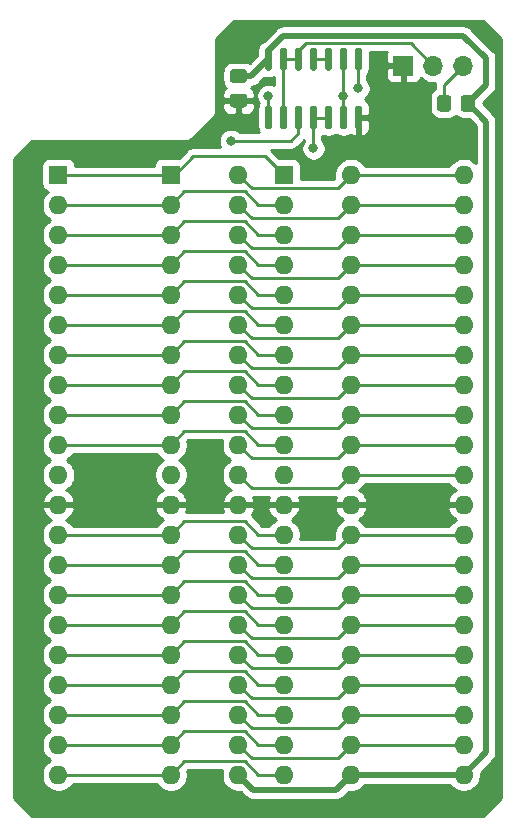
<source format=gbr>
%TF.GenerationSoftware,KiCad,Pcbnew,(5.1.10)-1*%
%TF.CreationDate,2022-03-17T12:17:49-05:00*%
%TF.ProjectId,gummyswitch,67756d6d-7973-4776-9974-63682e6b6963,rev?*%
%TF.SameCoordinates,Original*%
%TF.FileFunction,Copper,L1,Top*%
%TF.FilePolarity,Positive*%
%FSLAX46Y46*%
G04 Gerber Fmt 4.6, Leading zero omitted, Abs format (unit mm)*
G04 Created by KiCad (PCBNEW (5.1.10)-1) date 2022-03-17 12:17:49*
%MOMM*%
%LPD*%
G01*
G04 APERTURE LIST*
%TA.AperFunction,ComponentPad*%
%ADD10R,1.600000X1.600000*%
%TD*%
%TA.AperFunction,ComponentPad*%
%ADD11O,1.600000X1.600000*%
%TD*%
%TA.AperFunction,ComponentPad*%
%ADD12O,1.700000X1.700000*%
%TD*%
%TA.AperFunction,ComponentPad*%
%ADD13R,1.700000X1.700000*%
%TD*%
%TA.AperFunction,ViaPad*%
%ADD14C,0.800000*%
%TD*%
%TA.AperFunction,Conductor*%
%ADD15C,0.500000*%
%TD*%
%TA.AperFunction,Conductor*%
%ADD16C,0.250000*%
%TD*%
%TA.AperFunction,Conductor*%
%ADD17C,0.254000*%
%TD*%
%TA.AperFunction,Conductor*%
%ADD18C,0.100000*%
%TD*%
G04 APERTURE END LIST*
D10*
%TO.P,U2,1*%
%TO.N,/A18*%
X109220000Y-40970000D03*
D11*
%TO.P,U2,22*%
%TO.N,VCC*%
X124460000Y-91770000D03*
%TO.P,U2,2*%
%TO.N,/A17*%
X109220000Y-43510000D03*
%TO.P,U2,23*%
%TO.N,/D4*%
X124460000Y-89230000D03*
%TO.P,U2,3*%
%TO.N,/A7*%
X109220000Y-46050000D03*
%TO.P,U2,24*%
%TO.N,/D12*%
X124460000Y-86690000D03*
%TO.P,U2,4*%
%TO.N,/A6*%
X109220000Y-48590000D03*
%TO.P,U2,25*%
%TO.N,/D5*%
X124460000Y-84150000D03*
%TO.P,U2,5*%
%TO.N,/A5*%
X109220000Y-51130000D03*
%TO.P,U2,26*%
%TO.N,/D13*%
X124460000Y-81610000D03*
%TO.P,U2,6*%
%TO.N,/A4*%
X109220000Y-53670000D03*
%TO.P,U2,27*%
%TO.N,/D6*%
X124460000Y-79070000D03*
%TO.P,U2,7*%
%TO.N,/A3*%
X109220000Y-56210000D03*
%TO.P,U2,28*%
%TO.N,/D14*%
X124460000Y-76530000D03*
%TO.P,U2,8*%
%TO.N,/A2*%
X109220000Y-58750000D03*
%TO.P,U2,29*%
%TO.N,/D7*%
X124460000Y-73990000D03*
%TO.P,U2,9*%
%TO.N,/A1*%
X109220000Y-61290000D03*
%TO.P,U2,30*%
%TO.N,/D15*%
X124460000Y-71450000D03*
%TO.P,U2,10*%
%TO.N,/A0*%
X109220000Y-63830000D03*
%TO.P,U2,31*%
%TO.N,GND*%
X124460000Y-68910000D03*
%TO.P,U2,11*%
%TO.N,/~E*%
X109220000Y-66370000D03*
%TO.P,U2,32*%
%TO.N,/BYTE*%
X124460000Y-66370000D03*
%TO.P,U2,12*%
%TO.N,GND*%
X109220000Y-68910000D03*
%TO.P,U2,33*%
%TO.N,/A16*%
X124460000Y-63830000D03*
%TO.P,U2,13*%
%TO.N,/OE*%
X109220000Y-71450000D03*
%TO.P,U2,34*%
%TO.N,/A15*%
X124460000Y-61290000D03*
%TO.P,U2,14*%
%TO.N,/D0*%
X109220000Y-73990000D03*
%TO.P,U2,35*%
%TO.N,/A14*%
X124460000Y-58750000D03*
%TO.P,U2,15*%
%TO.N,/D8*%
X109220000Y-76530000D03*
%TO.P,U2,36*%
%TO.N,/A13*%
X124460000Y-56210000D03*
%TO.P,U2,16*%
%TO.N,/D1*%
X109220000Y-79070000D03*
%TO.P,U2,37*%
%TO.N,/A12*%
X124460000Y-53670000D03*
%TO.P,U2,17*%
%TO.N,/D9*%
X109220000Y-81610000D03*
%TO.P,U2,38*%
%TO.N,/A11*%
X124460000Y-51130000D03*
%TO.P,U2,18*%
%TO.N,/D2*%
X109220000Y-84150000D03*
%TO.P,U2,39*%
%TO.N,/A10*%
X124460000Y-48590000D03*
%TO.P,U2,19*%
%TO.N,/D10*%
X109220000Y-86690000D03*
%TO.P,U2,40*%
%TO.N,/A9*%
X124460000Y-46050000D03*
%TO.P,U2,20*%
%TO.N,/D3*%
X109220000Y-89230000D03*
%TO.P,U2,41*%
%TO.N,/A8*%
X124460000Y-43510000D03*
%TO.P,U2,21*%
%TO.N,/D11*%
X109220000Y-91770000D03*
%TO.P,U2,42*%
%TO.N,/A19*%
X124460000Y-40970000D03*
%TD*%
%TO.P,C1,1*%
%TO.N,VCC*%
%TA.AperFunction,SMDPad,CuDef*%
G36*
G01*
X114460000Y-32030000D02*
X115410000Y-32030000D01*
G75*
G02*
X115660000Y-32280000I0J-250000D01*
G01*
X115660000Y-32955000D01*
G75*
G02*
X115410000Y-33205000I-250000J0D01*
G01*
X114460000Y-33205000D01*
G75*
G02*
X114210000Y-32955000I0J250000D01*
G01*
X114210000Y-32280000D01*
G75*
G02*
X114460000Y-32030000I250000J0D01*
G01*
G37*
%TD.AperFunction*%
%TO.P,C1,2*%
%TO.N,GND*%
%TA.AperFunction,SMDPad,CuDef*%
G36*
G01*
X114460000Y-34105000D02*
X115410000Y-34105000D01*
G75*
G02*
X115660000Y-34355000I0J-250000D01*
G01*
X115660000Y-35030000D01*
G75*
G02*
X115410000Y-35280000I-250000J0D01*
G01*
X114460000Y-35280000D01*
G75*
G02*
X114210000Y-35030000I0J250000D01*
G01*
X114210000Y-34355000D01*
G75*
G02*
X114460000Y-34105000I250000J0D01*
G01*
G37*
%TD.AperFunction*%
%TD*%
%TO.P,R1,2*%
%TO.N,VCC*%
%TA.AperFunction,SMDPad,CuDef*%
G36*
G01*
X133750000Y-35375001D02*
X133750000Y-34474999D01*
G75*
G02*
X133999999Y-34225000I249999J0D01*
G01*
X134700001Y-34225000D01*
G75*
G02*
X134950000Y-34474999I0J-249999D01*
G01*
X134950000Y-35375001D01*
G75*
G02*
X134700001Y-35625000I-249999J0D01*
G01*
X133999999Y-35625000D01*
G75*
G02*
X133750000Y-35375001I0J249999D01*
G01*
G37*
%TD.AperFunction*%
%TO.P,R1,1*%
%TO.N,Net-(R1-Pad1)*%
%TA.AperFunction,SMDPad,CuDef*%
G36*
G01*
X131750000Y-35375001D02*
X131750000Y-34474999D01*
G75*
G02*
X131999999Y-34225000I249999J0D01*
G01*
X132700001Y-34225000D01*
G75*
G02*
X132950000Y-34474999I0J-249999D01*
G01*
X132950000Y-35375001D01*
G75*
G02*
X132700001Y-35625000I-249999J0D01*
G01*
X131999999Y-35625000D01*
G75*
G02*
X131750000Y-35375001I0J249999D01*
G01*
G37*
%TD.AperFunction*%
%TD*%
D12*
%TO.P,SW1,3*%
%TO.N,Net-(R1-Pad1)*%
X133985000Y-31750000D03*
%TO.P,SW1,2*%
%TO.N,Net-(SW1-Pad2)*%
X131445000Y-31750000D03*
D13*
%TO.P,SW1,1*%
%TO.N,GND*%
X128905000Y-31750000D03*
%TD*%
%TO.P,U1,14*%
%TO.N,VCC*%
%TA.AperFunction,SMDPad,CuDef*%
G36*
G01*
X117625000Y-32155000D02*
X117325000Y-32155000D01*
G75*
G02*
X117175000Y-32005000I0J150000D01*
G01*
X117175000Y-30355000D01*
G75*
G02*
X117325000Y-30205000I150000J0D01*
G01*
X117625000Y-30205000D01*
G75*
G02*
X117775000Y-30355000I0J-150000D01*
G01*
X117775000Y-32005000D01*
G75*
G02*
X117625000Y-32155000I-150000J0D01*
G01*
G37*
%TD.AperFunction*%
%TO.P,U1,13*%
%TO.N,Net-(SW1-Pad2)*%
%TA.AperFunction,SMDPad,CuDef*%
G36*
G01*
X118895000Y-32155000D02*
X118595000Y-32155000D01*
G75*
G02*
X118445000Y-32005000I0J150000D01*
G01*
X118445000Y-30355000D01*
G75*
G02*
X118595000Y-30205000I150000J0D01*
G01*
X118895000Y-30205000D01*
G75*
G02*
X119045000Y-30355000I0J-150000D01*
G01*
X119045000Y-32005000D01*
G75*
G02*
X118895000Y-32155000I-150000J0D01*
G01*
G37*
%TD.AperFunction*%
%TO.P,U1,12*%
%TA.AperFunction,SMDPad,CuDef*%
G36*
G01*
X120165000Y-32155000D02*
X119865000Y-32155000D01*
G75*
G02*
X119715000Y-32005000I0J150000D01*
G01*
X119715000Y-30355000D01*
G75*
G02*
X119865000Y-30205000I150000J0D01*
G01*
X120165000Y-30205000D01*
G75*
G02*
X120315000Y-30355000I0J-150000D01*
G01*
X120315000Y-32005000D01*
G75*
G02*
X120165000Y-32155000I-150000J0D01*
G01*
G37*
%TD.AperFunction*%
%TO.P,U1,11*%
%TO.N,Net-(U1-Pad10)*%
%TA.AperFunction,SMDPad,CuDef*%
G36*
G01*
X121435000Y-32155000D02*
X121135000Y-32155000D01*
G75*
G02*
X120985000Y-32005000I0J150000D01*
G01*
X120985000Y-30355000D01*
G75*
G02*
X121135000Y-30205000I150000J0D01*
G01*
X121435000Y-30205000D01*
G75*
G02*
X121585000Y-30355000I0J-150000D01*
G01*
X121585000Y-32005000D01*
G75*
G02*
X121435000Y-32155000I-150000J0D01*
G01*
G37*
%TD.AperFunction*%
%TO.P,U1,10*%
%TA.AperFunction,SMDPad,CuDef*%
G36*
G01*
X122705000Y-32155000D02*
X122405000Y-32155000D01*
G75*
G02*
X122255000Y-32005000I0J150000D01*
G01*
X122255000Y-30355000D01*
G75*
G02*
X122405000Y-30205000I150000J0D01*
G01*
X122705000Y-30205000D01*
G75*
G02*
X122855000Y-30355000I0J-150000D01*
G01*
X122855000Y-32005000D01*
G75*
G02*
X122705000Y-32155000I-150000J0D01*
G01*
G37*
%TD.AperFunction*%
%TO.P,U1,9*%
%TO.N,Net-(U1-Pad1)*%
%TA.AperFunction,SMDPad,CuDef*%
G36*
G01*
X123975000Y-32155000D02*
X123675000Y-32155000D01*
G75*
G02*
X123525000Y-32005000I0J150000D01*
G01*
X123525000Y-30355000D01*
G75*
G02*
X123675000Y-30205000I150000J0D01*
G01*
X123975000Y-30205000D01*
G75*
G02*
X124125000Y-30355000I0J-150000D01*
G01*
X124125000Y-32005000D01*
G75*
G02*
X123975000Y-32155000I-150000J0D01*
G01*
G37*
%TD.AperFunction*%
%TO.P,U1,8*%
%TO.N,/~ROM2_E*%
%TA.AperFunction,SMDPad,CuDef*%
G36*
G01*
X125245000Y-32155000D02*
X124945000Y-32155000D01*
G75*
G02*
X124795000Y-32005000I0J150000D01*
G01*
X124795000Y-30355000D01*
G75*
G02*
X124945000Y-30205000I150000J0D01*
G01*
X125245000Y-30205000D01*
G75*
G02*
X125395000Y-30355000I0J-150000D01*
G01*
X125395000Y-32005000D01*
G75*
G02*
X125245000Y-32155000I-150000J0D01*
G01*
G37*
%TD.AperFunction*%
%TO.P,U1,7*%
%TO.N,GND*%
%TA.AperFunction,SMDPad,CuDef*%
G36*
G01*
X125245000Y-37105000D02*
X124945000Y-37105000D01*
G75*
G02*
X124795000Y-36955000I0J150000D01*
G01*
X124795000Y-35305000D01*
G75*
G02*
X124945000Y-35155000I150000J0D01*
G01*
X125245000Y-35155000D01*
G75*
G02*
X125395000Y-35305000I0J-150000D01*
G01*
X125395000Y-36955000D01*
G75*
G02*
X125245000Y-37105000I-150000J0D01*
G01*
G37*
%TD.AperFunction*%
%TO.P,U1,6*%
%TO.N,Net-(U1-Pad1)*%
%TA.AperFunction,SMDPad,CuDef*%
G36*
G01*
X123975000Y-37105000D02*
X123675000Y-37105000D01*
G75*
G02*
X123525000Y-36955000I0J150000D01*
G01*
X123525000Y-35305000D01*
G75*
G02*
X123675000Y-35155000I150000J0D01*
G01*
X123975000Y-35155000D01*
G75*
G02*
X124125000Y-35305000I0J-150000D01*
G01*
X124125000Y-36955000D01*
G75*
G02*
X123975000Y-37105000I-150000J0D01*
G01*
G37*
%TD.AperFunction*%
%TO.P,U1,5*%
%TO.N,/~E*%
%TA.AperFunction,SMDPad,CuDef*%
G36*
G01*
X122705000Y-37105000D02*
X122405000Y-37105000D01*
G75*
G02*
X122255000Y-36955000I0J150000D01*
G01*
X122255000Y-35305000D01*
G75*
G02*
X122405000Y-35155000I150000J0D01*
G01*
X122705000Y-35155000D01*
G75*
G02*
X122855000Y-35305000I0J-150000D01*
G01*
X122855000Y-36955000D01*
G75*
G02*
X122705000Y-37105000I-150000J0D01*
G01*
G37*
%TD.AperFunction*%
%TO.P,U1,4*%
%TA.AperFunction,SMDPad,CuDef*%
G36*
G01*
X121435000Y-37105000D02*
X121135000Y-37105000D01*
G75*
G02*
X120985000Y-36955000I0J150000D01*
G01*
X120985000Y-35305000D01*
G75*
G02*
X121135000Y-35155000I150000J0D01*
G01*
X121435000Y-35155000D01*
G75*
G02*
X121585000Y-35305000I0J-150000D01*
G01*
X121585000Y-36955000D01*
G75*
G02*
X121435000Y-37105000I-150000J0D01*
G01*
G37*
%TD.AperFunction*%
%TO.P,U1,3*%
%TO.N,/~ROM1_E*%
%TA.AperFunction,SMDPad,CuDef*%
G36*
G01*
X120165000Y-37105000D02*
X119865000Y-37105000D01*
G75*
G02*
X119715000Y-36955000I0J150000D01*
G01*
X119715000Y-35305000D01*
G75*
G02*
X119865000Y-35155000I150000J0D01*
G01*
X120165000Y-35155000D01*
G75*
G02*
X120315000Y-35305000I0J-150000D01*
G01*
X120315000Y-36955000D01*
G75*
G02*
X120165000Y-37105000I-150000J0D01*
G01*
G37*
%TD.AperFunction*%
%TO.P,U1,2*%
%TO.N,Net-(SW1-Pad2)*%
%TA.AperFunction,SMDPad,CuDef*%
G36*
G01*
X118895000Y-37105000D02*
X118595000Y-37105000D01*
G75*
G02*
X118445000Y-36955000I0J150000D01*
G01*
X118445000Y-35305000D01*
G75*
G02*
X118595000Y-35155000I150000J0D01*
G01*
X118895000Y-35155000D01*
G75*
G02*
X119045000Y-35305000I0J-150000D01*
G01*
X119045000Y-36955000D01*
G75*
G02*
X118895000Y-37105000I-150000J0D01*
G01*
G37*
%TD.AperFunction*%
%TO.P,U1,1*%
%TO.N,Net-(U1-Pad1)*%
%TA.AperFunction,SMDPad,CuDef*%
G36*
G01*
X117625000Y-37105000D02*
X117325000Y-37105000D01*
G75*
G02*
X117175000Y-36955000I0J150000D01*
G01*
X117175000Y-35305000D01*
G75*
G02*
X117325000Y-35155000I150000J0D01*
G01*
X117625000Y-35155000D01*
G75*
G02*
X117775000Y-35305000I0J-150000D01*
G01*
X117775000Y-36955000D01*
G75*
G02*
X117625000Y-37105000I-150000J0D01*
G01*
G37*
%TD.AperFunction*%
%TD*%
D11*
%TO.P,U4,42*%
%TO.N,/A19*%
X134000000Y-40970000D03*
%TO.P,U4,21*%
%TO.N,/D11*%
X118760000Y-91770000D03*
%TO.P,U4,41*%
%TO.N,/A8*%
X134000000Y-43510000D03*
%TO.P,U4,20*%
%TO.N,/D3*%
X118760000Y-89230000D03*
%TO.P,U4,40*%
%TO.N,/A9*%
X134000000Y-46050000D03*
%TO.P,U4,19*%
%TO.N,/D10*%
X118760000Y-86690000D03*
%TO.P,U4,39*%
%TO.N,/A10*%
X134000000Y-48590000D03*
%TO.P,U4,18*%
%TO.N,/D2*%
X118760000Y-84150000D03*
%TO.P,U4,38*%
%TO.N,/A11*%
X134000000Y-51130000D03*
%TO.P,U4,17*%
%TO.N,/D9*%
X118760000Y-81610000D03*
%TO.P,U4,37*%
%TO.N,/A12*%
X134000000Y-53670000D03*
%TO.P,U4,16*%
%TO.N,/D1*%
X118760000Y-79070000D03*
%TO.P,U4,36*%
%TO.N,/A13*%
X134000000Y-56210000D03*
%TO.P,U4,15*%
%TO.N,/D8*%
X118760000Y-76530000D03*
%TO.P,U4,35*%
%TO.N,/A14*%
X134000000Y-58750000D03*
%TO.P,U4,14*%
%TO.N,/D0*%
X118760000Y-73990000D03*
%TO.P,U4,34*%
%TO.N,/A15*%
X134000000Y-61290000D03*
%TO.P,U4,13*%
%TO.N,/OE*%
X118760000Y-71450000D03*
%TO.P,U4,33*%
%TO.N,/A16*%
X134000000Y-63830000D03*
%TO.P,U4,12*%
%TO.N,GND*%
X118760000Y-68910000D03*
%TO.P,U4,32*%
%TO.N,/BYTE*%
X134000000Y-66370000D03*
%TO.P,U4,11*%
%TO.N,/~ROM2_E*%
X118760000Y-66370000D03*
%TO.P,U4,31*%
%TO.N,GND*%
X134000000Y-68910000D03*
%TO.P,U4,10*%
%TO.N,/A0*%
X118760000Y-63830000D03*
%TO.P,U4,30*%
%TO.N,/D15*%
X134000000Y-71450000D03*
%TO.P,U4,9*%
%TO.N,/A1*%
X118760000Y-61290000D03*
%TO.P,U4,29*%
%TO.N,/D7*%
X134000000Y-73990000D03*
%TO.P,U4,8*%
%TO.N,/A2*%
X118760000Y-58750000D03*
%TO.P,U4,28*%
%TO.N,/D14*%
X134000000Y-76530000D03*
%TO.P,U4,7*%
%TO.N,/A3*%
X118760000Y-56210000D03*
%TO.P,U4,27*%
%TO.N,/D6*%
X134000000Y-79070000D03*
%TO.P,U4,6*%
%TO.N,/A4*%
X118760000Y-53670000D03*
%TO.P,U4,26*%
%TO.N,/D13*%
X134000000Y-81610000D03*
%TO.P,U4,5*%
%TO.N,/A5*%
X118760000Y-51130000D03*
%TO.P,U4,25*%
%TO.N,/D5*%
X134000000Y-84150000D03*
%TO.P,U4,4*%
%TO.N,/A6*%
X118760000Y-48590000D03*
%TO.P,U4,24*%
%TO.N,/D12*%
X134000000Y-86690000D03*
%TO.P,U4,3*%
%TO.N,/A7*%
X118760000Y-46050000D03*
%TO.P,U4,23*%
%TO.N,/D4*%
X134000000Y-89230000D03*
%TO.P,U4,2*%
%TO.N,/A17*%
X118760000Y-43510000D03*
%TO.P,U4,22*%
%TO.N,VCC*%
X134000000Y-91770000D03*
D10*
%TO.P,U4,1*%
%TO.N,/A18*%
X118760000Y-40970000D03*
%TD*%
D11*
%TO.P,U3,42*%
%TO.N,/A19*%
X114935000Y-40970000D03*
%TO.P,U3,21*%
%TO.N,/D11*%
X99695000Y-91770000D03*
%TO.P,U3,41*%
%TO.N,/A8*%
X114935000Y-43510000D03*
%TO.P,U3,20*%
%TO.N,/D3*%
X99695000Y-89230000D03*
%TO.P,U3,40*%
%TO.N,/A9*%
X114935000Y-46050000D03*
%TO.P,U3,19*%
%TO.N,/D10*%
X99695000Y-86690000D03*
%TO.P,U3,39*%
%TO.N,/A10*%
X114935000Y-48590000D03*
%TO.P,U3,18*%
%TO.N,/D2*%
X99695000Y-84150000D03*
%TO.P,U3,38*%
%TO.N,/A11*%
X114935000Y-51130000D03*
%TO.P,U3,17*%
%TO.N,/D9*%
X99695000Y-81610000D03*
%TO.P,U3,37*%
%TO.N,/A12*%
X114935000Y-53670000D03*
%TO.P,U3,16*%
%TO.N,/D1*%
X99695000Y-79070000D03*
%TO.P,U3,36*%
%TO.N,/A13*%
X114935000Y-56210000D03*
%TO.P,U3,15*%
%TO.N,/D8*%
X99695000Y-76530000D03*
%TO.P,U3,35*%
%TO.N,/A14*%
X114935000Y-58750000D03*
%TO.P,U3,14*%
%TO.N,/D0*%
X99695000Y-73990000D03*
%TO.P,U3,34*%
%TO.N,/A15*%
X114935000Y-61290000D03*
%TO.P,U3,13*%
%TO.N,/OE*%
X99695000Y-71450000D03*
%TO.P,U3,33*%
%TO.N,/A16*%
X114935000Y-63830000D03*
%TO.P,U3,12*%
%TO.N,GND*%
X99695000Y-68910000D03*
%TO.P,U3,32*%
%TO.N,/BYTE*%
X114935000Y-66370000D03*
%TO.P,U3,11*%
%TO.N,/~ROM1_E*%
X99695000Y-66370000D03*
%TO.P,U3,31*%
%TO.N,GND*%
X114935000Y-68910000D03*
%TO.P,U3,10*%
%TO.N,/A0*%
X99695000Y-63830000D03*
%TO.P,U3,30*%
%TO.N,/D15*%
X114935000Y-71450000D03*
%TO.P,U3,9*%
%TO.N,/A1*%
X99695000Y-61290000D03*
%TO.P,U3,29*%
%TO.N,/D7*%
X114935000Y-73990000D03*
%TO.P,U3,8*%
%TO.N,/A2*%
X99695000Y-58750000D03*
%TO.P,U3,28*%
%TO.N,/D14*%
X114935000Y-76530000D03*
%TO.P,U3,7*%
%TO.N,/A3*%
X99695000Y-56210000D03*
%TO.P,U3,27*%
%TO.N,/D6*%
X114935000Y-79070000D03*
%TO.P,U3,6*%
%TO.N,/A4*%
X99695000Y-53670000D03*
%TO.P,U3,26*%
%TO.N,/D13*%
X114935000Y-81610000D03*
%TO.P,U3,5*%
%TO.N,/A5*%
X99695000Y-51130000D03*
%TO.P,U3,25*%
%TO.N,/D5*%
X114935000Y-84150000D03*
%TO.P,U3,4*%
%TO.N,/A6*%
X99695000Y-48590000D03*
%TO.P,U3,24*%
%TO.N,/D12*%
X114935000Y-86690000D03*
%TO.P,U3,3*%
%TO.N,/A7*%
X99695000Y-46050000D03*
%TO.P,U3,23*%
%TO.N,/D4*%
X114935000Y-89230000D03*
%TO.P,U3,2*%
%TO.N,/A17*%
X99695000Y-43510000D03*
%TO.P,U3,22*%
%TO.N,VCC*%
X114935000Y-91770000D03*
D10*
%TO.P,U3,1*%
%TO.N,/A18*%
X99695000Y-40970000D03*
%TD*%
D14*
%TO.N,GND*%
X129540000Y-68834000D03*
X121666000Y-69850000D03*
X104648000Y-67564000D03*
X97028000Y-80264000D03*
X97028000Y-54864000D03*
X104394000Y-38862000D03*
X131572000Y-38100000D03*
X115062000Y-29464000D03*
X136525000Y-34925000D03*
X97790000Y-93345000D03*
X135255000Y-93345000D03*
X116840000Y-94615000D03*
%TO.N,/~ROM2_E*%
X125095000Y-33655000D03*
%TO.N,/~ROM1_E*%
X114300000Y-38100000D03*
%TO.N,/~E*%
X121285000Y-38735000D03*
%TO.N,Net-(U1-Pad1)*%
X123825000Y-34290000D03*
X117475000Y-34290000D03*
%TD*%
D15*
%TO.N,VCC*%
X116185001Y-93020001D02*
X114935000Y-91770000D01*
X123209999Y-93020001D02*
X116185001Y-93020001D01*
X124460000Y-91770000D02*
X123209999Y-93020001D01*
X135890000Y-36465000D02*
X134350000Y-34925000D01*
X135890000Y-89880000D02*
X135890000Y-36465000D01*
X134000000Y-91770000D02*
X135890000Y-89880000D01*
X116037500Y-32617500D02*
X117475000Y-31180000D01*
X114935000Y-32617500D02*
X116037500Y-32617500D01*
X135890000Y-31115000D02*
X135890000Y-33385000D01*
X133985000Y-29210000D02*
X135890000Y-31115000D01*
X118745000Y-29210000D02*
X133985000Y-29210000D01*
X135890000Y-33385000D02*
X134350000Y-34925000D01*
X117475000Y-30480000D02*
X118745000Y-29210000D01*
X117475000Y-31180000D02*
X117475000Y-30480000D01*
X134000000Y-91770000D02*
X124460000Y-91770000D01*
D16*
%TO.N,Net-(R1-Pad1)*%
X132350000Y-33385000D02*
X133985000Y-31750000D01*
X132350000Y-34925000D02*
X132350000Y-33385000D01*
%TO.N,Net-(SW1-Pad2)*%
X118745000Y-31180000D02*
X120015000Y-31180000D01*
X118745000Y-36130000D02*
X118745000Y-31180000D01*
X129540000Y-29845000D02*
X131445000Y-31750000D01*
X120650000Y-29845000D02*
X129540000Y-29845000D01*
X120015000Y-30480000D02*
X120650000Y-29845000D01*
X120015000Y-31180000D02*
X120015000Y-30480000D01*
%TO.N,Net-(U1-Pad10)*%
X121285000Y-31180000D02*
X122555000Y-31180000D01*
%TO.N,/~ROM2_E*%
X125095000Y-33655000D02*
X125095000Y-31180000D01*
%TO.N,/~ROM1_E*%
X120015000Y-36130000D02*
X120015000Y-37465000D01*
X119380000Y-38100000D02*
X114300000Y-38100000D01*
X120015000Y-37465000D02*
X119380000Y-38100000D01*
%TO.N,/~E*%
X121285000Y-36130000D02*
X122555000Y-36130000D01*
X121285000Y-38735000D02*
X121285000Y-36130000D01*
%TO.N,/A19*%
X134000000Y-40970000D02*
X124460000Y-40970000D01*
X116060001Y-42095001D02*
X114935000Y-40970000D01*
X123334999Y-42095001D02*
X116060001Y-42095001D01*
X124460000Y-40970000D02*
X123334999Y-42095001D01*
%TO.N,/D11*%
X110345001Y-90644999D02*
X109220000Y-91770000D01*
X115475001Y-90644999D02*
X110345001Y-90644999D01*
X116600002Y-91770000D02*
X115475001Y-90644999D01*
X118760000Y-91770000D02*
X116600002Y-91770000D01*
X109220000Y-91770000D02*
X99695000Y-91770000D01*
%TO.N,/A8*%
X134000000Y-43510000D02*
X124460000Y-43510000D01*
X116060001Y-44635001D02*
X114935000Y-43510000D01*
X123334999Y-44635001D02*
X116060001Y-44635001D01*
X124460000Y-43510000D02*
X123334999Y-44635001D01*
%TO.N,/D3*%
X110345001Y-88104999D02*
X109220000Y-89230000D01*
X115475001Y-88104999D02*
X110345001Y-88104999D01*
X116600002Y-89230000D02*
X115475001Y-88104999D01*
X118760000Y-89230000D02*
X116600002Y-89230000D01*
X109220000Y-89230000D02*
X99695000Y-89230000D01*
%TO.N,/A9*%
X134000000Y-46050000D02*
X124460000Y-46050000D01*
X116060001Y-47175001D02*
X114935000Y-46050000D01*
X123334999Y-47175001D02*
X116060001Y-47175001D01*
X124460000Y-46050000D02*
X123334999Y-47175001D01*
%TO.N,/D10*%
X110345001Y-85564999D02*
X109220000Y-86690000D01*
X115475001Y-85564999D02*
X110345001Y-85564999D01*
X116600002Y-86690000D02*
X115475001Y-85564999D01*
X118760000Y-86690000D02*
X116600002Y-86690000D01*
X109220000Y-86690000D02*
X99695000Y-86690000D01*
%TO.N,/A10*%
X134000000Y-48590000D02*
X124460000Y-48590000D01*
X116060001Y-49715001D02*
X114935000Y-48590000D01*
X123334999Y-49715001D02*
X116060001Y-49715001D01*
X124460000Y-48590000D02*
X123334999Y-49715001D01*
%TO.N,/D2*%
X110345001Y-83024999D02*
X109220000Y-84150000D01*
X115475001Y-83024999D02*
X110345001Y-83024999D01*
X116600002Y-84150000D02*
X115475001Y-83024999D01*
X118760000Y-84150000D02*
X116600002Y-84150000D01*
X109220000Y-84150000D02*
X99695000Y-84150000D01*
%TO.N,/A11*%
X134000000Y-51130000D02*
X124460000Y-51130000D01*
X116060001Y-52255001D02*
X114935000Y-51130000D01*
X123334999Y-52255001D02*
X116060001Y-52255001D01*
X124460000Y-51130000D02*
X123334999Y-52255001D01*
%TO.N,/D9*%
X110345001Y-80484999D02*
X109220000Y-81610000D01*
X115475001Y-80484999D02*
X110345001Y-80484999D01*
X116600002Y-81610000D02*
X115475001Y-80484999D01*
X118760000Y-81610000D02*
X116600002Y-81610000D01*
X109220000Y-81610000D02*
X99695000Y-81610000D01*
%TO.N,/A12*%
X134000000Y-53670000D02*
X124460000Y-53670000D01*
X116060001Y-54795001D02*
X114935000Y-53670000D01*
X123334999Y-54795001D02*
X116060001Y-54795001D01*
X124460000Y-53670000D02*
X123334999Y-54795001D01*
%TO.N,/D1*%
X110345001Y-77944999D02*
X109220000Y-79070000D01*
X115475001Y-77944999D02*
X110345001Y-77944999D01*
X116600002Y-79070000D02*
X115475001Y-77944999D01*
X118760000Y-79070000D02*
X116600002Y-79070000D01*
X109220000Y-79070000D02*
X99695000Y-79070000D01*
%TO.N,/A13*%
X134000000Y-56210000D02*
X124460000Y-56210000D01*
X116060001Y-57335001D02*
X114935000Y-56210000D01*
X123334999Y-57335001D02*
X116060001Y-57335001D01*
X124460000Y-56210000D02*
X123334999Y-57335001D01*
%TO.N,/D8*%
X115475001Y-75404999D02*
X110345001Y-75404999D01*
X116600002Y-76530000D02*
X115475001Y-75404999D01*
X110345001Y-75404999D02*
X109220000Y-76530000D01*
X118760000Y-76530000D02*
X116600002Y-76530000D01*
X109220000Y-76530000D02*
X99695000Y-76530000D01*
%TO.N,/A14*%
X134000000Y-58750000D02*
X124460000Y-58750000D01*
X116060001Y-59875001D02*
X114935000Y-58750000D01*
X123334999Y-59875001D02*
X116060001Y-59875001D01*
X124460000Y-58750000D02*
X123334999Y-59875001D01*
%TO.N,/D0*%
X110345001Y-72864999D02*
X109220000Y-73990000D01*
X115475001Y-72864999D02*
X110345001Y-72864999D01*
X116600002Y-73990000D02*
X115475001Y-72864999D01*
X118760000Y-73990000D02*
X116600002Y-73990000D01*
X109220000Y-73990000D02*
X99695000Y-73990000D01*
%TO.N,/A15*%
X134000000Y-61290000D02*
X124460000Y-61290000D01*
X116060001Y-62415001D02*
X114935000Y-61290000D01*
X123334999Y-62415001D02*
X116060001Y-62415001D01*
X124460000Y-61290000D02*
X123334999Y-62415001D01*
%TO.N,/OE*%
X99695000Y-71450000D02*
X109220000Y-71450000D01*
X110345001Y-70324999D02*
X109220000Y-71450000D01*
X115475001Y-70324999D02*
X110345001Y-70324999D01*
X116600002Y-71450000D02*
X115475001Y-70324999D01*
X118760000Y-71450000D02*
X116600002Y-71450000D01*
%TO.N,/A16*%
X134000000Y-63830000D02*
X124460000Y-63830000D01*
X116060001Y-64955001D02*
X114935000Y-63830000D01*
X123334999Y-64955001D02*
X116060001Y-64955001D01*
X124460000Y-63830000D02*
X123334999Y-64955001D01*
%TO.N,/BYTE*%
X134000000Y-66370000D02*
X124460000Y-66370000D01*
X116060001Y-67495001D02*
X114935000Y-66370000D01*
X123334999Y-67495001D02*
X116060001Y-67495001D01*
X124460000Y-66370000D02*
X123334999Y-67495001D01*
%TO.N,/A0*%
X110345001Y-62704999D02*
X109220000Y-63830000D01*
X115475001Y-62704999D02*
X110345001Y-62704999D01*
X116600002Y-63830000D02*
X115475001Y-62704999D01*
X118760000Y-63830000D02*
X116600002Y-63830000D01*
X109220000Y-63830000D02*
X99695000Y-63830000D01*
%TO.N,/D15*%
X134000000Y-71450000D02*
X124460000Y-71450000D01*
X116060001Y-72575001D02*
X114935000Y-71450000D01*
X123334999Y-72575001D02*
X116060001Y-72575001D01*
X124460000Y-71450000D02*
X123334999Y-72575001D01*
%TO.N,/A1*%
X110345001Y-60164999D02*
X109220000Y-61290000D01*
X115475001Y-60164999D02*
X110345001Y-60164999D01*
X116600002Y-61290000D02*
X115475001Y-60164999D01*
X118760000Y-61290000D02*
X116600002Y-61290000D01*
X109220000Y-61290000D02*
X99695000Y-61290000D01*
%TO.N,/D7*%
X134000000Y-73990000D02*
X124460000Y-73990000D01*
X116060001Y-75115001D02*
X114935000Y-73990000D01*
X123334999Y-75115001D02*
X116060001Y-75115001D01*
X124460000Y-73990000D02*
X123334999Y-75115001D01*
%TO.N,/A2*%
X110345001Y-57624999D02*
X109220000Y-58750000D01*
X115475001Y-57624999D02*
X110345001Y-57624999D01*
X116600002Y-58750000D02*
X115475001Y-57624999D01*
X118760000Y-58750000D02*
X116600002Y-58750000D01*
X109220000Y-58750000D02*
X99695000Y-58750000D01*
%TO.N,/D14*%
X134000000Y-76530000D02*
X124460000Y-76530000D01*
X116060001Y-77655001D02*
X114935000Y-76530000D01*
X123334999Y-77655001D02*
X116060001Y-77655001D01*
X124460000Y-76530000D02*
X123334999Y-77655001D01*
%TO.N,/A3*%
X110345001Y-55084999D02*
X109220000Y-56210000D01*
X115475001Y-55084999D02*
X110345001Y-55084999D01*
X116600002Y-56210000D02*
X115475001Y-55084999D01*
X118760000Y-56210000D02*
X116600002Y-56210000D01*
X109220000Y-56210000D02*
X99695000Y-56210000D01*
%TO.N,/D6*%
X134000000Y-79070000D02*
X124460000Y-79070000D01*
X116060001Y-80195001D02*
X114935000Y-79070000D01*
X123334999Y-80195001D02*
X116060001Y-80195001D01*
X124460000Y-79070000D02*
X123334999Y-80195001D01*
%TO.N,/A4*%
X110345001Y-52544999D02*
X109220000Y-53670000D01*
X115475001Y-52544999D02*
X110345001Y-52544999D01*
X116600002Y-53670000D02*
X115475001Y-52544999D01*
X118760000Y-53670000D02*
X116600002Y-53670000D01*
X109220000Y-53670000D02*
X99695000Y-53670000D01*
%TO.N,/D13*%
X134000000Y-81610000D02*
X124460000Y-81610000D01*
X116060001Y-82735001D02*
X114935000Y-81610000D01*
X123334999Y-82735001D02*
X116060001Y-82735001D01*
X124460000Y-81610000D02*
X123334999Y-82735001D01*
%TO.N,/A5*%
X110345001Y-50004999D02*
X109220000Y-51130000D01*
X115475001Y-50004999D02*
X110345001Y-50004999D01*
X116600002Y-51130000D02*
X115475001Y-50004999D01*
X118760000Y-51130000D02*
X116600002Y-51130000D01*
X109220000Y-51130000D02*
X99695000Y-51130000D01*
%TO.N,/D5*%
X134000000Y-84150000D02*
X124460000Y-84150000D01*
X116060001Y-85275001D02*
X114935000Y-84150000D01*
X123334999Y-85275001D02*
X116060001Y-85275001D01*
X124460000Y-84150000D02*
X123334999Y-85275001D01*
%TO.N,/A6*%
X99695000Y-48590000D02*
X109220000Y-48590000D01*
X110345001Y-47464999D02*
X109220000Y-48590000D01*
X115475001Y-47464999D02*
X110345001Y-47464999D01*
X116600002Y-48590000D02*
X115475001Y-47464999D01*
X118760000Y-48590000D02*
X116600002Y-48590000D01*
%TO.N,/D12*%
X134000000Y-86690000D02*
X124460000Y-86690000D01*
X116060001Y-87815001D02*
X114935000Y-86690000D01*
X123334999Y-87815001D02*
X116060001Y-87815001D01*
X124460000Y-86690000D02*
X123334999Y-87815001D01*
%TO.N,/A7*%
X110345001Y-44924999D02*
X109220000Y-46050000D01*
X115475001Y-44924999D02*
X110345001Y-44924999D01*
X116600002Y-46050000D02*
X115475001Y-44924999D01*
X118760000Y-46050000D02*
X116600002Y-46050000D01*
X109220000Y-46050000D02*
X99695000Y-46050000D01*
%TO.N,/D4*%
X134000000Y-89230000D02*
X124460000Y-89230000D01*
X116060001Y-90355001D02*
X114935000Y-89230000D01*
X123334999Y-90355001D02*
X116060001Y-90355001D01*
X124460000Y-89230000D02*
X123334999Y-90355001D01*
%TO.N,/A17*%
X99695000Y-43510000D02*
X109220000Y-43510000D01*
X110345001Y-42384999D02*
X109220000Y-43510000D01*
X115475001Y-42384999D02*
X110345001Y-42384999D01*
X116600002Y-43510000D02*
X115475001Y-42384999D01*
X118760000Y-43510000D02*
X116600002Y-43510000D01*
%TO.N,/A18*%
X99695000Y-40970000D02*
X109220000Y-40970000D01*
X109220000Y-40970000D02*
X109525000Y-40970000D01*
X109525000Y-40970000D02*
X111125000Y-39370000D01*
X117160000Y-39370000D02*
X118760000Y-40970000D01*
X111125000Y-39370000D02*
X117160000Y-39370000D01*
%TO.N,Net-(U1-Pad1)*%
X123825000Y-36130000D02*
X123825000Y-34290000D01*
X123825000Y-34290000D02*
X123825000Y-31180000D01*
X117475000Y-34290000D02*
X117475000Y-36130000D01*
%TD*%
D17*
%TO.N,GND*%
X137135000Y-29483381D02*
X137135001Y-93706618D01*
X135616620Y-95225000D01*
X97428381Y-95225000D01*
X95910000Y-93706620D01*
X95910000Y-40170000D01*
X98256928Y-40170000D01*
X98256928Y-41770000D01*
X98269188Y-41894482D01*
X98305498Y-42014180D01*
X98364463Y-42124494D01*
X98443815Y-42221185D01*
X98540506Y-42300537D01*
X98650820Y-42359502D01*
X98770518Y-42395812D01*
X98778961Y-42396643D01*
X98580363Y-42595241D01*
X98423320Y-42830273D01*
X98315147Y-43091426D01*
X98260000Y-43368665D01*
X98260000Y-43651335D01*
X98315147Y-43928574D01*
X98423320Y-44189727D01*
X98580363Y-44424759D01*
X98780241Y-44624637D01*
X99012759Y-44780000D01*
X98780241Y-44935363D01*
X98580363Y-45135241D01*
X98423320Y-45370273D01*
X98315147Y-45631426D01*
X98260000Y-45908665D01*
X98260000Y-46191335D01*
X98315147Y-46468574D01*
X98423320Y-46729727D01*
X98580363Y-46964759D01*
X98780241Y-47164637D01*
X99012759Y-47320000D01*
X98780241Y-47475363D01*
X98580363Y-47675241D01*
X98423320Y-47910273D01*
X98315147Y-48171426D01*
X98260000Y-48448665D01*
X98260000Y-48731335D01*
X98315147Y-49008574D01*
X98423320Y-49269727D01*
X98580363Y-49504759D01*
X98780241Y-49704637D01*
X99012759Y-49860000D01*
X98780241Y-50015363D01*
X98580363Y-50215241D01*
X98423320Y-50450273D01*
X98315147Y-50711426D01*
X98260000Y-50988665D01*
X98260000Y-51271335D01*
X98315147Y-51548574D01*
X98423320Y-51809727D01*
X98580363Y-52044759D01*
X98780241Y-52244637D01*
X99012759Y-52400000D01*
X98780241Y-52555363D01*
X98580363Y-52755241D01*
X98423320Y-52990273D01*
X98315147Y-53251426D01*
X98260000Y-53528665D01*
X98260000Y-53811335D01*
X98315147Y-54088574D01*
X98423320Y-54349727D01*
X98580363Y-54584759D01*
X98780241Y-54784637D01*
X99012759Y-54940000D01*
X98780241Y-55095363D01*
X98580363Y-55295241D01*
X98423320Y-55530273D01*
X98315147Y-55791426D01*
X98260000Y-56068665D01*
X98260000Y-56351335D01*
X98315147Y-56628574D01*
X98423320Y-56889727D01*
X98580363Y-57124759D01*
X98780241Y-57324637D01*
X99012759Y-57480000D01*
X98780241Y-57635363D01*
X98580363Y-57835241D01*
X98423320Y-58070273D01*
X98315147Y-58331426D01*
X98260000Y-58608665D01*
X98260000Y-58891335D01*
X98315147Y-59168574D01*
X98423320Y-59429727D01*
X98580363Y-59664759D01*
X98780241Y-59864637D01*
X99012759Y-60020000D01*
X98780241Y-60175363D01*
X98580363Y-60375241D01*
X98423320Y-60610273D01*
X98315147Y-60871426D01*
X98260000Y-61148665D01*
X98260000Y-61431335D01*
X98315147Y-61708574D01*
X98423320Y-61969727D01*
X98580363Y-62204759D01*
X98780241Y-62404637D01*
X99012759Y-62560000D01*
X98780241Y-62715363D01*
X98580363Y-62915241D01*
X98423320Y-63150273D01*
X98315147Y-63411426D01*
X98260000Y-63688665D01*
X98260000Y-63971335D01*
X98315147Y-64248574D01*
X98423320Y-64509727D01*
X98580363Y-64744759D01*
X98780241Y-64944637D01*
X99012759Y-65100000D01*
X98780241Y-65255363D01*
X98580363Y-65455241D01*
X98423320Y-65690273D01*
X98315147Y-65951426D01*
X98260000Y-66228665D01*
X98260000Y-66511335D01*
X98315147Y-66788574D01*
X98423320Y-67049727D01*
X98580363Y-67284759D01*
X98780241Y-67484637D01*
X99015273Y-67641680D01*
X99025865Y-67646067D01*
X98839869Y-67757615D01*
X98631481Y-67946586D01*
X98463963Y-68172580D01*
X98343754Y-68426913D01*
X98303096Y-68560961D01*
X98425085Y-68783000D01*
X99568000Y-68783000D01*
X99568000Y-68763000D01*
X99822000Y-68763000D01*
X99822000Y-68783000D01*
X100964915Y-68783000D01*
X101086904Y-68560961D01*
X101046246Y-68426913D01*
X100926037Y-68172580D01*
X100758519Y-67946586D01*
X100550131Y-67757615D01*
X100364135Y-67646067D01*
X100374727Y-67641680D01*
X100609759Y-67484637D01*
X100809637Y-67284759D01*
X100966680Y-67049727D01*
X101074853Y-66788574D01*
X101130000Y-66511335D01*
X101130000Y-66228665D01*
X101074853Y-65951426D01*
X100966680Y-65690273D01*
X100809637Y-65455241D01*
X100609759Y-65255363D01*
X100377241Y-65100000D01*
X100609759Y-64944637D01*
X100809637Y-64744759D01*
X100913043Y-64590000D01*
X108001957Y-64590000D01*
X108105363Y-64744759D01*
X108305241Y-64944637D01*
X108537759Y-65100000D01*
X108305241Y-65255363D01*
X108105363Y-65455241D01*
X107948320Y-65690273D01*
X107840147Y-65951426D01*
X107785000Y-66228665D01*
X107785000Y-66511335D01*
X107840147Y-66788574D01*
X107948320Y-67049727D01*
X108105363Y-67284759D01*
X108305241Y-67484637D01*
X108540273Y-67641680D01*
X108550865Y-67646067D01*
X108364869Y-67757615D01*
X108156481Y-67946586D01*
X107988963Y-68172580D01*
X107868754Y-68426913D01*
X107828096Y-68560961D01*
X107950085Y-68783000D01*
X109093000Y-68783000D01*
X109093000Y-68763000D01*
X109347000Y-68763000D01*
X109347000Y-68783000D01*
X110489915Y-68783000D01*
X110611904Y-68560961D01*
X110571246Y-68426913D01*
X110451037Y-68172580D01*
X110283519Y-67946586D01*
X110075131Y-67757615D01*
X109889135Y-67646067D01*
X109899727Y-67641680D01*
X110134759Y-67484637D01*
X110334637Y-67284759D01*
X110491680Y-67049727D01*
X110599853Y-66788574D01*
X110655000Y-66511335D01*
X110655000Y-66228665D01*
X110599853Y-65951426D01*
X110491680Y-65690273D01*
X110334637Y-65455241D01*
X110134759Y-65255363D01*
X109902241Y-65100000D01*
X110134759Y-64944637D01*
X110334637Y-64744759D01*
X110491680Y-64509727D01*
X110599853Y-64248574D01*
X110655000Y-63971335D01*
X110655000Y-63688665D01*
X110618688Y-63506114D01*
X110659803Y-63464999D01*
X113544491Y-63464999D01*
X113500000Y-63688665D01*
X113500000Y-63971335D01*
X113555147Y-64248574D01*
X113663320Y-64509727D01*
X113820363Y-64744759D01*
X114020241Y-64944637D01*
X114252759Y-65100000D01*
X114020241Y-65255363D01*
X113820363Y-65455241D01*
X113663320Y-65690273D01*
X113555147Y-65951426D01*
X113500000Y-66228665D01*
X113500000Y-66511335D01*
X113555147Y-66788574D01*
X113663320Y-67049727D01*
X113820363Y-67284759D01*
X114020241Y-67484637D01*
X114255273Y-67641680D01*
X114265865Y-67646067D01*
X114079869Y-67757615D01*
X113871481Y-67946586D01*
X113703963Y-68172580D01*
X113583754Y-68426913D01*
X113543096Y-68560961D01*
X113665085Y-68783000D01*
X114808000Y-68783000D01*
X114808000Y-68763000D01*
X115062000Y-68763000D01*
X115062000Y-68783000D01*
X116204915Y-68783000D01*
X116326904Y-68560961D01*
X116286246Y-68426913D01*
X116204993Y-68255001D01*
X117490007Y-68255001D01*
X117408754Y-68426913D01*
X117368096Y-68560961D01*
X117490085Y-68783000D01*
X118633000Y-68783000D01*
X118633000Y-68763000D01*
X118887000Y-68763000D01*
X118887000Y-68783000D01*
X120029915Y-68783000D01*
X120151904Y-68560961D01*
X120111246Y-68426913D01*
X120029993Y-68255001D01*
X123190007Y-68255001D01*
X123108754Y-68426913D01*
X123068096Y-68560961D01*
X123190085Y-68783000D01*
X124333000Y-68783000D01*
X124333000Y-68763000D01*
X124587000Y-68763000D01*
X124587000Y-68783000D01*
X125729915Y-68783000D01*
X125851904Y-68560961D01*
X125811246Y-68426913D01*
X125691037Y-68172580D01*
X125523519Y-67946586D01*
X125315131Y-67757615D01*
X125129135Y-67646067D01*
X125139727Y-67641680D01*
X125374759Y-67484637D01*
X125574637Y-67284759D01*
X125678043Y-67130000D01*
X132781957Y-67130000D01*
X132885363Y-67284759D01*
X133085241Y-67484637D01*
X133320273Y-67641680D01*
X133330865Y-67646067D01*
X133144869Y-67757615D01*
X132936481Y-67946586D01*
X132768963Y-68172580D01*
X132648754Y-68426913D01*
X132608096Y-68560961D01*
X132730085Y-68783000D01*
X133873000Y-68783000D01*
X133873000Y-68763000D01*
X134127000Y-68763000D01*
X134127000Y-68783000D01*
X134147000Y-68783000D01*
X134147000Y-69037000D01*
X134127000Y-69037000D01*
X134127000Y-69057000D01*
X133873000Y-69057000D01*
X133873000Y-69037000D01*
X132730085Y-69037000D01*
X132608096Y-69259039D01*
X132648754Y-69393087D01*
X132768963Y-69647420D01*
X132936481Y-69873414D01*
X133144869Y-70062385D01*
X133330865Y-70173933D01*
X133320273Y-70178320D01*
X133085241Y-70335363D01*
X132885363Y-70535241D01*
X132781957Y-70690000D01*
X125678043Y-70690000D01*
X125574637Y-70535241D01*
X125374759Y-70335363D01*
X125139727Y-70178320D01*
X125129135Y-70173933D01*
X125315131Y-70062385D01*
X125523519Y-69873414D01*
X125691037Y-69647420D01*
X125811246Y-69393087D01*
X125851904Y-69259039D01*
X125729915Y-69037000D01*
X124587000Y-69037000D01*
X124587000Y-69057000D01*
X124333000Y-69057000D01*
X124333000Y-69037000D01*
X123190085Y-69037000D01*
X123068096Y-69259039D01*
X123108754Y-69393087D01*
X123228963Y-69647420D01*
X123396481Y-69873414D01*
X123604869Y-70062385D01*
X123790865Y-70173933D01*
X123780273Y-70178320D01*
X123545241Y-70335363D01*
X123345363Y-70535241D01*
X123188320Y-70770273D01*
X123080147Y-71031426D01*
X123025000Y-71308665D01*
X123025000Y-71591335D01*
X123061312Y-71773887D01*
X123020198Y-71815001D01*
X120150509Y-71815001D01*
X120195000Y-71591335D01*
X120195000Y-71308665D01*
X120139853Y-71031426D01*
X120031680Y-70770273D01*
X119874637Y-70535241D01*
X119674759Y-70335363D01*
X119439727Y-70178320D01*
X119429135Y-70173933D01*
X119615131Y-70062385D01*
X119823519Y-69873414D01*
X119991037Y-69647420D01*
X120111246Y-69393087D01*
X120151904Y-69259039D01*
X120029915Y-69037000D01*
X118887000Y-69037000D01*
X118887000Y-69057000D01*
X118633000Y-69057000D01*
X118633000Y-69037000D01*
X117490085Y-69037000D01*
X117368096Y-69259039D01*
X117408754Y-69393087D01*
X117528963Y-69647420D01*
X117696481Y-69873414D01*
X117904869Y-70062385D01*
X118090865Y-70173933D01*
X118080273Y-70178320D01*
X117845241Y-70335363D01*
X117645363Y-70535241D01*
X117541957Y-70690000D01*
X116914804Y-70690000D01*
X116040960Y-69816157D01*
X116166037Y-69647420D01*
X116286246Y-69393087D01*
X116326904Y-69259039D01*
X116204915Y-69037000D01*
X115062000Y-69037000D01*
X115062000Y-69057000D01*
X114808000Y-69057000D01*
X114808000Y-69037000D01*
X113665085Y-69037000D01*
X113543096Y-69259039D01*
X113583754Y-69393087D01*
X113665007Y-69564999D01*
X110489993Y-69564999D01*
X110571246Y-69393087D01*
X110611904Y-69259039D01*
X110489915Y-69037000D01*
X109347000Y-69037000D01*
X109347000Y-69057000D01*
X109093000Y-69057000D01*
X109093000Y-69037000D01*
X107950085Y-69037000D01*
X107828096Y-69259039D01*
X107868754Y-69393087D01*
X107988963Y-69647420D01*
X108156481Y-69873414D01*
X108364869Y-70062385D01*
X108550865Y-70173933D01*
X108540273Y-70178320D01*
X108305241Y-70335363D01*
X108105363Y-70535241D01*
X108001957Y-70690000D01*
X100913043Y-70690000D01*
X100809637Y-70535241D01*
X100609759Y-70335363D01*
X100374727Y-70178320D01*
X100364135Y-70173933D01*
X100550131Y-70062385D01*
X100758519Y-69873414D01*
X100926037Y-69647420D01*
X101046246Y-69393087D01*
X101086904Y-69259039D01*
X100964915Y-69037000D01*
X99822000Y-69037000D01*
X99822000Y-69057000D01*
X99568000Y-69057000D01*
X99568000Y-69037000D01*
X98425085Y-69037000D01*
X98303096Y-69259039D01*
X98343754Y-69393087D01*
X98463963Y-69647420D01*
X98631481Y-69873414D01*
X98839869Y-70062385D01*
X99025865Y-70173933D01*
X99015273Y-70178320D01*
X98780241Y-70335363D01*
X98580363Y-70535241D01*
X98423320Y-70770273D01*
X98315147Y-71031426D01*
X98260000Y-71308665D01*
X98260000Y-71591335D01*
X98315147Y-71868574D01*
X98423320Y-72129727D01*
X98580363Y-72364759D01*
X98780241Y-72564637D01*
X99012759Y-72720000D01*
X98780241Y-72875363D01*
X98580363Y-73075241D01*
X98423320Y-73310273D01*
X98315147Y-73571426D01*
X98260000Y-73848665D01*
X98260000Y-74131335D01*
X98315147Y-74408574D01*
X98423320Y-74669727D01*
X98580363Y-74904759D01*
X98780241Y-75104637D01*
X99012759Y-75260000D01*
X98780241Y-75415363D01*
X98580363Y-75615241D01*
X98423320Y-75850273D01*
X98315147Y-76111426D01*
X98260000Y-76388665D01*
X98260000Y-76671335D01*
X98315147Y-76948574D01*
X98423320Y-77209727D01*
X98580363Y-77444759D01*
X98780241Y-77644637D01*
X99012759Y-77800000D01*
X98780241Y-77955363D01*
X98580363Y-78155241D01*
X98423320Y-78390273D01*
X98315147Y-78651426D01*
X98260000Y-78928665D01*
X98260000Y-79211335D01*
X98315147Y-79488574D01*
X98423320Y-79749727D01*
X98580363Y-79984759D01*
X98780241Y-80184637D01*
X99012759Y-80340000D01*
X98780241Y-80495363D01*
X98580363Y-80695241D01*
X98423320Y-80930273D01*
X98315147Y-81191426D01*
X98260000Y-81468665D01*
X98260000Y-81751335D01*
X98315147Y-82028574D01*
X98423320Y-82289727D01*
X98580363Y-82524759D01*
X98780241Y-82724637D01*
X99012759Y-82880000D01*
X98780241Y-83035363D01*
X98580363Y-83235241D01*
X98423320Y-83470273D01*
X98315147Y-83731426D01*
X98260000Y-84008665D01*
X98260000Y-84291335D01*
X98315147Y-84568574D01*
X98423320Y-84829727D01*
X98580363Y-85064759D01*
X98780241Y-85264637D01*
X99012759Y-85420000D01*
X98780241Y-85575363D01*
X98580363Y-85775241D01*
X98423320Y-86010273D01*
X98315147Y-86271426D01*
X98260000Y-86548665D01*
X98260000Y-86831335D01*
X98315147Y-87108574D01*
X98423320Y-87369727D01*
X98580363Y-87604759D01*
X98780241Y-87804637D01*
X99012759Y-87960000D01*
X98780241Y-88115363D01*
X98580363Y-88315241D01*
X98423320Y-88550273D01*
X98315147Y-88811426D01*
X98260000Y-89088665D01*
X98260000Y-89371335D01*
X98315147Y-89648574D01*
X98423320Y-89909727D01*
X98580363Y-90144759D01*
X98780241Y-90344637D01*
X99012759Y-90500000D01*
X98780241Y-90655363D01*
X98580363Y-90855241D01*
X98423320Y-91090273D01*
X98315147Y-91351426D01*
X98260000Y-91628665D01*
X98260000Y-91911335D01*
X98315147Y-92188574D01*
X98423320Y-92449727D01*
X98580363Y-92684759D01*
X98780241Y-92884637D01*
X99015273Y-93041680D01*
X99276426Y-93149853D01*
X99553665Y-93205000D01*
X99836335Y-93205000D01*
X100113574Y-93149853D01*
X100374727Y-93041680D01*
X100609759Y-92884637D01*
X100809637Y-92684759D01*
X100913043Y-92530000D01*
X108001957Y-92530000D01*
X108105363Y-92684759D01*
X108305241Y-92884637D01*
X108540273Y-93041680D01*
X108801426Y-93149853D01*
X109078665Y-93205000D01*
X109361335Y-93205000D01*
X109638574Y-93149853D01*
X109899727Y-93041680D01*
X110134759Y-92884637D01*
X110334637Y-92684759D01*
X110491680Y-92449727D01*
X110599853Y-92188574D01*
X110655000Y-91911335D01*
X110655000Y-91628665D01*
X110618688Y-91446114D01*
X110659803Y-91404999D01*
X113544491Y-91404999D01*
X113500000Y-91628665D01*
X113500000Y-91911335D01*
X113555147Y-92188574D01*
X113663320Y-92449727D01*
X113820363Y-92684759D01*
X114020241Y-92884637D01*
X114255273Y-93041680D01*
X114516426Y-93149853D01*
X114793665Y-93205000D01*
X115076335Y-93205000D01*
X115111439Y-93198017D01*
X115528471Y-93615050D01*
X115556184Y-93648818D01*
X115589952Y-93676531D01*
X115589954Y-93676533D01*
X115650483Y-93726208D01*
X115690942Y-93759412D01*
X115844688Y-93841590D01*
X116011511Y-93892196D01*
X116141524Y-93905001D01*
X116141534Y-93905001D01*
X116185000Y-93909282D01*
X116228466Y-93905001D01*
X123166530Y-93905001D01*
X123209999Y-93909282D01*
X123253468Y-93905001D01*
X123253476Y-93905001D01*
X123383489Y-93892196D01*
X123550312Y-93841590D01*
X123704058Y-93759412D01*
X123838816Y-93648818D01*
X123866533Y-93615045D01*
X124283561Y-93198017D01*
X124318665Y-93205000D01*
X124601335Y-93205000D01*
X124878574Y-93149853D01*
X125139727Y-93041680D01*
X125374759Y-92884637D01*
X125574637Y-92684759D01*
X125594521Y-92655000D01*
X132865479Y-92655000D01*
X132885363Y-92684759D01*
X133085241Y-92884637D01*
X133320273Y-93041680D01*
X133581426Y-93149853D01*
X133858665Y-93205000D01*
X134141335Y-93205000D01*
X134418574Y-93149853D01*
X134679727Y-93041680D01*
X134914759Y-92884637D01*
X135114637Y-92684759D01*
X135271680Y-92449727D01*
X135379853Y-92188574D01*
X135435000Y-91911335D01*
X135435000Y-91628665D01*
X135428017Y-91593561D01*
X136485050Y-90536529D01*
X136518817Y-90508817D01*
X136629411Y-90374059D01*
X136711370Y-90220723D01*
X136711589Y-90220314D01*
X136762195Y-90053490D01*
X136769531Y-89979002D01*
X136775000Y-89923477D01*
X136775000Y-89923469D01*
X136779281Y-89880000D01*
X136775000Y-89836531D01*
X136775000Y-36508469D01*
X136779281Y-36465000D01*
X136775000Y-36421531D01*
X136775000Y-36421523D01*
X136762195Y-36291510D01*
X136711589Y-36124687D01*
X136629411Y-35970941D01*
X136594539Y-35928450D01*
X136546532Y-35869953D01*
X136546530Y-35869951D01*
X136518817Y-35836183D01*
X136485049Y-35808470D01*
X135601578Y-34925000D01*
X136485049Y-34041530D01*
X136518817Y-34013817D01*
X136572177Y-33948799D01*
X136629411Y-33879059D01*
X136671805Y-33799744D01*
X136711589Y-33725313D01*
X136762195Y-33558490D01*
X136775000Y-33428477D01*
X136775000Y-33428469D01*
X136779281Y-33385000D01*
X136775000Y-33341531D01*
X136775000Y-31158469D01*
X136779281Y-31115000D01*
X136775000Y-31071531D01*
X136775000Y-31071523D01*
X136762195Y-30941510D01*
X136711589Y-30774687D01*
X136629411Y-30620941D01*
X136546532Y-30519953D01*
X136546530Y-30519951D01*
X136518817Y-30486183D01*
X136485050Y-30458471D01*
X134641534Y-28614956D01*
X134613817Y-28581183D01*
X134479059Y-28470589D01*
X134325313Y-28388411D01*
X134158490Y-28337805D01*
X134028477Y-28325000D01*
X134028469Y-28325000D01*
X133985000Y-28320719D01*
X133941531Y-28325000D01*
X118788465Y-28325000D01*
X118744999Y-28320719D01*
X118701533Y-28325000D01*
X118701523Y-28325000D01*
X118571510Y-28337805D01*
X118404687Y-28388411D01*
X118250941Y-28470589D01*
X118250939Y-28470590D01*
X118250940Y-28470590D01*
X118149953Y-28553468D01*
X118149951Y-28553470D01*
X118116183Y-28581183D01*
X118088470Y-28614951D01*
X117099621Y-29603800D01*
X117023418Y-29626916D01*
X116887171Y-29699742D01*
X116767749Y-29797749D01*
X116669742Y-29917171D01*
X116596916Y-30053418D01*
X116552071Y-30201255D01*
X116536928Y-30355000D01*
X116536928Y-30866493D01*
X115876303Y-31527119D01*
X115749850Y-31459528D01*
X115583254Y-31408992D01*
X115410000Y-31391928D01*
X114460000Y-31391928D01*
X114286746Y-31408992D01*
X114120150Y-31459528D01*
X113966614Y-31541595D01*
X113832038Y-31652038D01*
X113721595Y-31786614D01*
X113639528Y-31940150D01*
X113588992Y-32106746D01*
X113571928Y-32280000D01*
X113571928Y-32955000D01*
X113588992Y-33128254D01*
X113639528Y-33294850D01*
X113721595Y-33448386D01*
X113832038Y-33582962D01*
X113838594Y-33588342D01*
X113758815Y-33653815D01*
X113679463Y-33750506D01*
X113620498Y-33860820D01*
X113584188Y-33980518D01*
X113571928Y-34105000D01*
X113575000Y-34406750D01*
X113733750Y-34565500D01*
X114808000Y-34565500D01*
X114808000Y-34545500D01*
X115062000Y-34545500D01*
X115062000Y-34565500D01*
X116136250Y-34565500D01*
X116295000Y-34406750D01*
X116298072Y-34105000D01*
X116285812Y-33980518D01*
X116249502Y-33860820D01*
X116190537Y-33750506D01*
X116111185Y-33653815D01*
X116031406Y-33588342D01*
X116037962Y-33582962D01*
X116106019Y-33500034D01*
X116210990Y-33489695D01*
X116377813Y-33439089D01*
X116531559Y-33356911D01*
X116666317Y-33246317D01*
X116694034Y-33212544D01*
X117138565Y-32768013D01*
X117171255Y-32777929D01*
X117325000Y-32793072D01*
X117625000Y-32793072D01*
X117778745Y-32777929D01*
X117926582Y-32733084D01*
X117985001Y-32701858D01*
X117985001Y-33385988D01*
X117965256Y-33372795D01*
X117776898Y-33294774D01*
X117576939Y-33255000D01*
X117373061Y-33255000D01*
X117173102Y-33294774D01*
X116984744Y-33372795D01*
X116815226Y-33486063D01*
X116671063Y-33630226D01*
X116557795Y-33799744D01*
X116479774Y-33988102D01*
X116440000Y-34188061D01*
X116440000Y-34391939D01*
X116479774Y-34591898D01*
X116557795Y-34780256D01*
X116645799Y-34911964D01*
X116596916Y-35003418D01*
X116552071Y-35151255D01*
X116536928Y-35305000D01*
X116536928Y-36955000D01*
X116552071Y-37108745D01*
X116596916Y-37256582D01*
X116641504Y-37340000D01*
X115003711Y-37340000D01*
X114959774Y-37296063D01*
X114790256Y-37182795D01*
X114601898Y-37104774D01*
X114401939Y-37065000D01*
X114198061Y-37065000D01*
X113998102Y-37104774D01*
X113809744Y-37182795D01*
X113640226Y-37296063D01*
X113496063Y-37440226D01*
X113382795Y-37609744D01*
X113304774Y-37798102D01*
X113265000Y-37998061D01*
X113265000Y-38201939D01*
X113304774Y-38401898D01*
X113382795Y-38590256D01*
X113395987Y-38610000D01*
X111162325Y-38610000D01*
X111125000Y-38606324D01*
X111087675Y-38610000D01*
X111087667Y-38610000D01*
X110976014Y-38620997D01*
X110832753Y-38664454D01*
X110700724Y-38735026D01*
X110584999Y-38829999D01*
X110561201Y-38858997D01*
X109888270Y-39531928D01*
X108420000Y-39531928D01*
X108295518Y-39544188D01*
X108175820Y-39580498D01*
X108065506Y-39639463D01*
X107968815Y-39718815D01*
X107889463Y-39815506D01*
X107830498Y-39925820D01*
X107794188Y-40045518D01*
X107781928Y-40170000D01*
X107781928Y-40210000D01*
X101133072Y-40210000D01*
X101133072Y-40170000D01*
X101120812Y-40045518D01*
X101084502Y-39925820D01*
X101025537Y-39815506D01*
X100946185Y-39718815D01*
X100849494Y-39639463D01*
X100739180Y-39580498D01*
X100619482Y-39544188D01*
X100495000Y-39531928D01*
X98895000Y-39531928D01*
X98770518Y-39544188D01*
X98650820Y-39580498D01*
X98540506Y-39639463D01*
X98443815Y-39718815D01*
X98364463Y-39815506D01*
X98305498Y-39925820D01*
X98269188Y-40045518D01*
X98256928Y-40170000D01*
X95910000Y-40170000D01*
X95910000Y-39643380D01*
X97428381Y-38125000D01*
X110457591Y-38125000D01*
X110490000Y-38128192D01*
X110522409Y-38125000D01*
X110522419Y-38125000D01*
X110619383Y-38115450D01*
X110743793Y-38077710D01*
X110858450Y-38016425D01*
X110958948Y-37933948D01*
X110979616Y-37908764D01*
X112838770Y-36049611D01*
X112863948Y-36028948D01*
X112885275Y-36002962D01*
X112946425Y-35928450D01*
X113007710Y-35813793D01*
X113012745Y-35797195D01*
X113045450Y-35689383D01*
X113055000Y-35592419D01*
X113055000Y-35592409D01*
X113058192Y-35560000D01*
X113055000Y-35527591D01*
X113055000Y-35280000D01*
X113571928Y-35280000D01*
X113584188Y-35404482D01*
X113620498Y-35524180D01*
X113679463Y-35634494D01*
X113758815Y-35731185D01*
X113855506Y-35810537D01*
X113965820Y-35869502D01*
X114085518Y-35905812D01*
X114210000Y-35918072D01*
X114649250Y-35915000D01*
X114808000Y-35756250D01*
X114808000Y-34819500D01*
X115062000Y-34819500D01*
X115062000Y-35756250D01*
X115220750Y-35915000D01*
X115660000Y-35918072D01*
X115784482Y-35905812D01*
X115904180Y-35869502D01*
X116014494Y-35810537D01*
X116111185Y-35731185D01*
X116190537Y-35634494D01*
X116249502Y-35524180D01*
X116285812Y-35404482D01*
X116298072Y-35280000D01*
X116295000Y-34978250D01*
X116136250Y-34819500D01*
X115062000Y-34819500D01*
X114808000Y-34819500D01*
X113733750Y-34819500D01*
X113575000Y-34978250D01*
X113571928Y-35280000D01*
X113055000Y-35280000D01*
X113055000Y-29483380D01*
X114573381Y-27965000D01*
X135616620Y-27965000D01*
X137135000Y-29483381D01*
%TA.AperFunction,Conductor*%
D18*
G36*
X137135000Y-29483381D02*
G01*
X137135001Y-93706618D01*
X135616620Y-95225000D01*
X97428381Y-95225000D01*
X95910000Y-93706620D01*
X95910000Y-40170000D01*
X98256928Y-40170000D01*
X98256928Y-41770000D01*
X98269188Y-41894482D01*
X98305498Y-42014180D01*
X98364463Y-42124494D01*
X98443815Y-42221185D01*
X98540506Y-42300537D01*
X98650820Y-42359502D01*
X98770518Y-42395812D01*
X98778961Y-42396643D01*
X98580363Y-42595241D01*
X98423320Y-42830273D01*
X98315147Y-43091426D01*
X98260000Y-43368665D01*
X98260000Y-43651335D01*
X98315147Y-43928574D01*
X98423320Y-44189727D01*
X98580363Y-44424759D01*
X98780241Y-44624637D01*
X99012759Y-44780000D01*
X98780241Y-44935363D01*
X98580363Y-45135241D01*
X98423320Y-45370273D01*
X98315147Y-45631426D01*
X98260000Y-45908665D01*
X98260000Y-46191335D01*
X98315147Y-46468574D01*
X98423320Y-46729727D01*
X98580363Y-46964759D01*
X98780241Y-47164637D01*
X99012759Y-47320000D01*
X98780241Y-47475363D01*
X98580363Y-47675241D01*
X98423320Y-47910273D01*
X98315147Y-48171426D01*
X98260000Y-48448665D01*
X98260000Y-48731335D01*
X98315147Y-49008574D01*
X98423320Y-49269727D01*
X98580363Y-49504759D01*
X98780241Y-49704637D01*
X99012759Y-49860000D01*
X98780241Y-50015363D01*
X98580363Y-50215241D01*
X98423320Y-50450273D01*
X98315147Y-50711426D01*
X98260000Y-50988665D01*
X98260000Y-51271335D01*
X98315147Y-51548574D01*
X98423320Y-51809727D01*
X98580363Y-52044759D01*
X98780241Y-52244637D01*
X99012759Y-52400000D01*
X98780241Y-52555363D01*
X98580363Y-52755241D01*
X98423320Y-52990273D01*
X98315147Y-53251426D01*
X98260000Y-53528665D01*
X98260000Y-53811335D01*
X98315147Y-54088574D01*
X98423320Y-54349727D01*
X98580363Y-54584759D01*
X98780241Y-54784637D01*
X99012759Y-54940000D01*
X98780241Y-55095363D01*
X98580363Y-55295241D01*
X98423320Y-55530273D01*
X98315147Y-55791426D01*
X98260000Y-56068665D01*
X98260000Y-56351335D01*
X98315147Y-56628574D01*
X98423320Y-56889727D01*
X98580363Y-57124759D01*
X98780241Y-57324637D01*
X99012759Y-57480000D01*
X98780241Y-57635363D01*
X98580363Y-57835241D01*
X98423320Y-58070273D01*
X98315147Y-58331426D01*
X98260000Y-58608665D01*
X98260000Y-58891335D01*
X98315147Y-59168574D01*
X98423320Y-59429727D01*
X98580363Y-59664759D01*
X98780241Y-59864637D01*
X99012759Y-60020000D01*
X98780241Y-60175363D01*
X98580363Y-60375241D01*
X98423320Y-60610273D01*
X98315147Y-60871426D01*
X98260000Y-61148665D01*
X98260000Y-61431335D01*
X98315147Y-61708574D01*
X98423320Y-61969727D01*
X98580363Y-62204759D01*
X98780241Y-62404637D01*
X99012759Y-62560000D01*
X98780241Y-62715363D01*
X98580363Y-62915241D01*
X98423320Y-63150273D01*
X98315147Y-63411426D01*
X98260000Y-63688665D01*
X98260000Y-63971335D01*
X98315147Y-64248574D01*
X98423320Y-64509727D01*
X98580363Y-64744759D01*
X98780241Y-64944637D01*
X99012759Y-65100000D01*
X98780241Y-65255363D01*
X98580363Y-65455241D01*
X98423320Y-65690273D01*
X98315147Y-65951426D01*
X98260000Y-66228665D01*
X98260000Y-66511335D01*
X98315147Y-66788574D01*
X98423320Y-67049727D01*
X98580363Y-67284759D01*
X98780241Y-67484637D01*
X99015273Y-67641680D01*
X99025865Y-67646067D01*
X98839869Y-67757615D01*
X98631481Y-67946586D01*
X98463963Y-68172580D01*
X98343754Y-68426913D01*
X98303096Y-68560961D01*
X98425085Y-68783000D01*
X99568000Y-68783000D01*
X99568000Y-68763000D01*
X99822000Y-68763000D01*
X99822000Y-68783000D01*
X100964915Y-68783000D01*
X101086904Y-68560961D01*
X101046246Y-68426913D01*
X100926037Y-68172580D01*
X100758519Y-67946586D01*
X100550131Y-67757615D01*
X100364135Y-67646067D01*
X100374727Y-67641680D01*
X100609759Y-67484637D01*
X100809637Y-67284759D01*
X100966680Y-67049727D01*
X101074853Y-66788574D01*
X101130000Y-66511335D01*
X101130000Y-66228665D01*
X101074853Y-65951426D01*
X100966680Y-65690273D01*
X100809637Y-65455241D01*
X100609759Y-65255363D01*
X100377241Y-65100000D01*
X100609759Y-64944637D01*
X100809637Y-64744759D01*
X100913043Y-64590000D01*
X108001957Y-64590000D01*
X108105363Y-64744759D01*
X108305241Y-64944637D01*
X108537759Y-65100000D01*
X108305241Y-65255363D01*
X108105363Y-65455241D01*
X107948320Y-65690273D01*
X107840147Y-65951426D01*
X107785000Y-66228665D01*
X107785000Y-66511335D01*
X107840147Y-66788574D01*
X107948320Y-67049727D01*
X108105363Y-67284759D01*
X108305241Y-67484637D01*
X108540273Y-67641680D01*
X108550865Y-67646067D01*
X108364869Y-67757615D01*
X108156481Y-67946586D01*
X107988963Y-68172580D01*
X107868754Y-68426913D01*
X107828096Y-68560961D01*
X107950085Y-68783000D01*
X109093000Y-68783000D01*
X109093000Y-68763000D01*
X109347000Y-68763000D01*
X109347000Y-68783000D01*
X110489915Y-68783000D01*
X110611904Y-68560961D01*
X110571246Y-68426913D01*
X110451037Y-68172580D01*
X110283519Y-67946586D01*
X110075131Y-67757615D01*
X109889135Y-67646067D01*
X109899727Y-67641680D01*
X110134759Y-67484637D01*
X110334637Y-67284759D01*
X110491680Y-67049727D01*
X110599853Y-66788574D01*
X110655000Y-66511335D01*
X110655000Y-66228665D01*
X110599853Y-65951426D01*
X110491680Y-65690273D01*
X110334637Y-65455241D01*
X110134759Y-65255363D01*
X109902241Y-65100000D01*
X110134759Y-64944637D01*
X110334637Y-64744759D01*
X110491680Y-64509727D01*
X110599853Y-64248574D01*
X110655000Y-63971335D01*
X110655000Y-63688665D01*
X110618688Y-63506114D01*
X110659803Y-63464999D01*
X113544491Y-63464999D01*
X113500000Y-63688665D01*
X113500000Y-63971335D01*
X113555147Y-64248574D01*
X113663320Y-64509727D01*
X113820363Y-64744759D01*
X114020241Y-64944637D01*
X114252759Y-65100000D01*
X114020241Y-65255363D01*
X113820363Y-65455241D01*
X113663320Y-65690273D01*
X113555147Y-65951426D01*
X113500000Y-66228665D01*
X113500000Y-66511335D01*
X113555147Y-66788574D01*
X113663320Y-67049727D01*
X113820363Y-67284759D01*
X114020241Y-67484637D01*
X114255273Y-67641680D01*
X114265865Y-67646067D01*
X114079869Y-67757615D01*
X113871481Y-67946586D01*
X113703963Y-68172580D01*
X113583754Y-68426913D01*
X113543096Y-68560961D01*
X113665085Y-68783000D01*
X114808000Y-68783000D01*
X114808000Y-68763000D01*
X115062000Y-68763000D01*
X115062000Y-68783000D01*
X116204915Y-68783000D01*
X116326904Y-68560961D01*
X116286246Y-68426913D01*
X116204993Y-68255001D01*
X117490007Y-68255001D01*
X117408754Y-68426913D01*
X117368096Y-68560961D01*
X117490085Y-68783000D01*
X118633000Y-68783000D01*
X118633000Y-68763000D01*
X118887000Y-68763000D01*
X118887000Y-68783000D01*
X120029915Y-68783000D01*
X120151904Y-68560961D01*
X120111246Y-68426913D01*
X120029993Y-68255001D01*
X123190007Y-68255001D01*
X123108754Y-68426913D01*
X123068096Y-68560961D01*
X123190085Y-68783000D01*
X124333000Y-68783000D01*
X124333000Y-68763000D01*
X124587000Y-68763000D01*
X124587000Y-68783000D01*
X125729915Y-68783000D01*
X125851904Y-68560961D01*
X125811246Y-68426913D01*
X125691037Y-68172580D01*
X125523519Y-67946586D01*
X125315131Y-67757615D01*
X125129135Y-67646067D01*
X125139727Y-67641680D01*
X125374759Y-67484637D01*
X125574637Y-67284759D01*
X125678043Y-67130000D01*
X132781957Y-67130000D01*
X132885363Y-67284759D01*
X133085241Y-67484637D01*
X133320273Y-67641680D01*
X133330865Y-67646067D01*
X133144869Y-67757615D01*
X132936481Y-67946586D01*
X132768963Y-68172580D01*
X132648754Y-68426913D01*
X132608096Y-68560961D01*
X132730085Y-68783000D01*
X133873000Y-68783000D01*
X133873000Y-68763000D01*
X134127000Y-68763000D01*
X134127000Y-68783000D01*
X134147000Y-68783000D01*
X134147000Y-69037000D01*
X134127000Y-69037000D01*
X134127000Y-69057000D01*
X133873000Y-69057000D01*
X133873000Y-69037000D01*
X132730085Y-69037000D01*
X132608096Y-69259039D01*
X132648754Y-69393087D01*
X132768963Y-69647420D01*
X132936481Y-69873414D01*
X133144869Y-70062385D01*
X133330865Y-70173933D01*
X133320273Y-70178320D01*
X133085241Y-70335363D01*
X132885363Y-70535241D01*
X132781957Y-70690000D01*
X125678043Y-70690000D01*
X125574637Y-70535241D01*
X125374759Y-70335363D01*
X125139727Y-70178320D01*
X125129135Y-70173933D01*
X125315131Y-70062385D01*
X125523519Y-69873414D01*
X125691037Y-69647420D01*
X125811246Y-69393087D01*
X125851904Y-69259039D01*
X125729915Y-69037000D01*
X124587000Y-69037000D01*
X124587000Y-69057000D01*
X124333000Y-69057000D01*
X124333000Y-69037000D01*
X123190085Y-69037000D01*
X123068096Y-69259039D01*
X123108754Y-69393087D01*
X123228963Y-69647420D01*
X123396481Y-69873414D01*
X123604869Y-70062385D01*
X123790865Y-70173933D01*
X123780273Y-70178320D01*
X123545241Y-70335363D01*
X123345363Y-70535241D01*
X123188320Y-70770273D01*
X123080147Y-71031426D01*
X123025000Y-71308665D01*
X123025000Y-71591335D01*
X123061312Y-71773887D01*
X123020198Y-71815001D01*
X120150509Y-71815001D01*
X120195000Y-71591335D01*
X120195000Y-71308665D01*
X120139853Y-71031426D01*
X120031680Y-70770273D01*
X119874637Y-70535241D01*
X119674759Y-70335363D01*
X119439727Y-70178320D01*
X119429135Y-70173933D01*
X119615131Y-70062385D01*
X119823519Y-69873414D01*
X119991037Y-69647420D01*
X120111246Y-69393087D01*
X120151904Y-69259039D01*
X120029915Y-69037000D01*
X118887000Y-69037000D01*
X118887000Y-69057000D01*
X118633000Y-69057000D01*
X118633000Y-69037000D01*
X117490085Y-69037000D01*
X117368096Y-69259039D01*
X117408754Y-69393087D01*
X117528963Y-69647420D01*
X117696481Y-69873414D01*
X117904869Y-70062385D01*
X118090865Y-70173933D01*
X118080273Y-70178320D01*
X117845241Y-70335363D01*
X117645363Y-70535241D01*
X117541957Y-70690000D01*
X116914804Y-70690000D01*
X116040960Y-69816157D01*
X116166037Y-69647420D01*
X116286246Y-69393087D01*
X116326904Y-69259039D01*
X116204915Y-69037000D01*
X115062000Y-69037000D01*
X115062000Y-69057000D01*
X114808000Y-69057000D01*
X114808000Y-69037000D01*
X113665085Y-69037000D01*
X113543096Y-69259039D01*
X113583754Y-69393087D01*
X113665007Y-69564999D01*
X110489993Y-69564999D01*
X110571246Y-69393087D01*
X110611904Y-69259039D01*
X110489915Y-69037000D01*
X109347000Y-69037000D01*
X109347000Y-69057000D01*
X109093000Y-69057000D01*
X109093000Y-69037000D01*
X107950085Y-69037000D01*
X107828096Y-69259039D01*
X107868754Y-69393087D01*
X107988963Y-69647420D01*
X108156481Y-69873414D01*
X108364869Y-70062385D01*
X108550865Y-70173933D01*
X108540273Y-70178320D01*
X108305241Y-70335363D01*
X108105363Y-70535241D01*
X108001957Y-70690000D01*
X100913043Y-70690000D01*
X100809637Y-70535241D01*
X100609759Y-70335363D01*
X100374727Y-70178320D01*
X100364135Y-70173933D01*
X100550131Y-70062385D01*
X100758519Y-69873414D01*
X100926037Y-69647420D01*
X101046246Y-69393087D01*
X101086904Y-69259039D01*
X100964915Y-69037000D01*
X99822000Y-69037000D01*
X99822000Y-69057000D01*
X99568000Y-69057000D01*
X99568000Y-69037000D01*
X98425085Y-69037000D01*
X98303096Y-69259039D01*
X98343754Y-69393087D01*
X98463963Y-69647420D01*
X98631481Y-69873414D01*
X98839869Y-70062385D01*
X99025865Y-70173933D01*
X99015273Y-70178320D01*
X98780241Y-70335363D01*
X98580363Y-70535241D01*
X98423320Y-70770273D01*
X98315147Y-71031426D01*
X98260000Y-71308665D01*
X98260000Y-71591335D01*
X98315147Y-71868574D01*
X98423320Y-72129727D01*
X98580363Y-72364759D01*
X98780241Y-72564637D01*
X99012759Y-72720000D01*
X98780241Y-72875363D01*
X98580363Y-73075241D01*
X98423320Y-73310273D01*
X98315147Y-73571426D01*
X98260000Y-73848665D01*
X98260000Y-74131335D01*
X98315147Y-74408574D01*
X98423320Y-74669727D01*
X98580363Y-74904759D01*
X98780241Y-75104637D01*
X99012759Y-75260000D01*
X98780241Y-75415363D01*
X98580363Y-75615241D01*
X98423320Y-75850273D01*
X98315147Y-76111426D01*
X98260000Y-76388665D01*
X98260000Y-76671335D01*
X98315147Y-76948574D01*
X98423320Y-77209727D01*
X98580363Y-77444759D01*
X98780241Y-77644637D01*
X99012759Y-77800000D01*
X98780241Y-77955363D01*
X98580363Y-78155241D01*
X98423320Y-78390273D01*
X98315147Y-78651426D01*
X98260000Y-78928665D01*
X98260000Y-79211335D01*
X98315147Y-79488574D01*
X98423320Y-79749727D01*
X98580363Y-79984759D01*
X98780241Y-80184637D01*
X99012759Y-80340000D01*
X98780241Y-80495363D01*
X98580363Y-80695241D01*
X98423320Y-80930273D01*
X98315147Y-81191426D01*
X98260000Y-81468665D01*
X98260000Y-81751335D01*
X98315147Y-82028574D01*
X98423320Y-82289727D01*
X98580363Y-82524759D01*
X98780241Y-82724637D01*
X99012759Y-82880000D01*
X98780241Y-83035363D01*
X98580363Y-83235241D01*
X98423320Y-83470273D01*
X98315147Y-83731426D01*
X98260000Y-84008665D01*
X98260000Y-84291335D01*
X98315147Y-84568574D01*
X98423320Y-84829727D01*
X98580363Y-85064759D01*
X98780241Y-85264637D01*
X99012759Y-85420000D01*
X98780241Y-85575363D01*
X98580363Y-85775241D01*
X98423320Y-86010273D01*
X98315147Y-86271426D01*
X98260000Y-86548665D01*
X98260000Y-86831335D01*
X98315147Y-87108574D01*
X98423320Y-87369727D01*
X98580363Y-87604759D01*
X98780241Y-87804637D01*
X99012759Y-87960000D01*
X98780241Y-88115363D01*
X98580363Y-88315241D01*
X98423320Y-88550273D01*
X98315147Y-88811426D01*
X98260000Y-89088665D01*
X98260000Y-89371335D01*
X98315147Y-89648574D01*
X98423320Y-89909727D01*
X98580363Y-90144759D01*
X98780241Y-90344637D01*
X99012759Y-90500000D01*
X98780241Y-90655363D01*
X98580363Y-90855241D01*
X98423320Y-91090273D01*
X98315147Y-91351426D01*
X98260000Y-91628665D01*
X98260000Y-91911335D01*
X98315147Y-92188574D01*
X98423320Y-92449727D01*
X98580363Y-92684759D01*
X98780241Y-92884637D01*
X99015273Y-93041680D01*
X99276426Y-93149853D01*
X99553665Y-93205000D01*
X99836335Y-93205000D01*
X100113574Y-93149853D01*
X100374727Y-93041680D01*
X100609759Y-92884637D01*
X100809637Y-92684759D01*
X100913043Y-92530000D01*
X108001957Y-92530000D01*
X108105363Y-92684759D01*
X108305241Y-92884637D01*
X108540273Y-93041680D01*
X108801426Y-93149853D01*
X109078665Y-93205000D01*
X109361335Y-93205000D01*
X109638574Y-93149853D01*
X109899727Y-93041680D01*
X110134759Y-92884637D01*
X110334637Y-92684759D01*
X110491680Y-92449727D01*
X110599853Y-92188574D01*
X110655000Y-91911335D01*
X110655000Y-91628665D01*
X110618688Y-91446114D01*
X110659803Y-91404999D01*
X113544491Y-91404999D01*
X113500000Y-91628665D01*
X113500000Y-91911335D01*
X113555147Y-92188574D01*
X113663320Y-92449727D01*
X113820363Y-92684759D01*
X114020241Y-92884637D01*
X114255273Y-93041680D01*
X114516426Y-93149853D01*
X114793665Y-93205000D01*
X115076335Y-93205000D01*
X115111439Y-93198017D01*
X115528471Y-93615050D01*
X115556184Y-93648818D01*
X115589952Y-93676531D01*
X115589954Y-93676533D01*
X115650483Y-93726208D01*
X115690942Y-93759412D01*
X115844688Y-93841590D01*
X116011511Y-93892196D01*
X116141524Y-93905001D01*
X116141534Y-93905001D01*
X116185000Y-93909282D01*
X116228466Y-93905001D01*
X123166530Y-93905001D01*
X123209999Y-93909282D01*
X123253468Y-93905001D01*
X123253476Y-93905001D01*
X123383489Y-93892196D01*
X123550312Y-93841590D01*
X123704058Y-93759412D01*
X123838816Y-93648818D01*
X123866533Y-93615045D01*
X124283561Y-93198017D01*
X124318665Y-93205000D01*
X124601335Y-93205000D01*
X124878574Y-93149853D01*
X125139727Y-93041680D01*
X125374759Y-92884637D01*
X125574637Y-92684759D01*
X125594521Y-92655000D01*
X132865479Y-92655000D01*
X132885363Y-92684759D01*
X133085241Y-92884637D01*
X133320273Y-93041680D01*
X133581426Y-93149853D01*
X133858665Y-93205000D01*
X134141335Y-93205000D01*
X134418574Y-93149853D01*
X134679727Y-93041680D01*
X134914759Y-92884637D01*
X135114637Y-92684759D01*
X135271680Y-92449727D01*
X135379853Y-92188574D01*
X135435000Y-91911335D01*
X135435000Y-91628665D01*
X135428017Y-91593561D01*
X136485050Y-90536529D01*
X136518817Y-90508817D01*
X136629411Y-90374059D01*
X136711370Y-90220723D01*
X136711589Y-90220314D01*
X136762195Y-90053490D01*
X136769531Y-89979002D01*
X136775000Y-89923477D01*
X136775000Y-89923469D01*
X136779281Y-89880000D01*
X136775000Y-89836531D01*
X136775000Y-36508469D01*
X136779281Y-36465000D01*
X136775000Y-36421531D01*
X136775000Y-36421523D01*
X136762195Y-36291510D01*
X136711589Y-36124687D01*
X136629411Y-35970941D01*
X136594539Y-35928450D01*
X136546532Y-35869953D01*
X136546530Y-35869951D01*
X136518817Y-35836183D01*
X136485049Y-35808470D01*
X135601578Y-34925000D01*
X136485049Y-34041530D01*
X136518817Y-34013817D01*
X136572177Y-33948799D01*
X136629411Y-33879059D01*
X136671805Y-33799744D01*
X136711589Y-33725313D01*
X136762195Y-33558490D01*
X136775000Y-33428477D01*
X136775000Y-33428469D01*
X136779281Y-33385000D01*
X136775000Y-33341531D01*
X136775000Y-31158469D01*
X136779281Y-31115000D01*
X136775000Y-31071531D01*
X136775000Y-31071523D01*
X136762195Y-30941510D01*
X136711589Y-30774687D01*
X136629411Y-30620941D01*
X136546532Y-30519953D01*
X136546530Y-30519951D01*
X136518817Y-30486183D01*
X136485050Y-30458471D01*
X134641534Y-28614956D01*
X134613817Y-28581183D01*
X134479059Y-28470589D01*
X134325313Y-28388411D01*
X134158490Y-28337805D01*
X134028477Y-28325000D01*
X134028469Y-28325000D01*
X133985000Y-28320719D01*
X133941531Y-28325000D01*
X118788465Y-28325000D01*
X118744999Y-28320719D01*
X118701533Y-28325000D01*
X118701523Y-28325000D01*
X118571510Y-28337805D01*
X118404687Y-28388411D01*
X118250941Y-28470589D01*
X118250939Y-28470590D01*
X118250940Y-28470590D01*
X118149953Y-28553468D01*
X118149951Y-28553470D01*
X118116183Y-28581183D01*
X118088470Y-28614951D01*
X117099621Y-29603800D01*
X117023418Y-29626916D01*
X116887171Y-29699742D01*
X116767749Y-29797749D01*
X116669742Y-29917171D01*
X116596916Y-30053418D01*
X116552071Y-30201255D01*
X116536928Y-30355000D01*
X116536928Y-30866493D01*
X115876303Y-31527119D01*
X115749850Y-31459528D01*
X115583254Y-31408992D01*
X115410000Y-31391928D01*
X114460000Y-31391928D01*
X114286746Y-31408992D01*
X114120150Y-31459528D01*
X113966614Y-31541595D01*
X113832038Y-31652038D01*
X113721595Y-31786614D01*
X113639528Y-31940150D01*
X113588992Y-32106746D01*
X113571928Y-32280000D01*
X113571928Y-32955000D01*
X113588992Y-33128254D01*
X113639528Y-33294850D01*
X113721595Y-33448386D01*
X113832038Y-33582962D01*
X113838594Y-33588342D01*
X113758815Y-33653815D01*
X113679463Y-33750506D01*
X113620498Y-33860820D01*
X113584188Y-33980518D01*
X113571928Y-34105000D01*
X113575000Y-34406750D01*
X113733750Y-34565500D01*
X114808000Y-34565500D01*
X114808000Y-34545500D01*
X115062000Y-34545500D01*
X115062000Y-34565500D01*
X116136250Y-34565500D01*
X116295000Y-34406750D01*
X116298072Y-34105000D01*
X116285812Y-33980518D01*
X116249502Y-33860820D01*
X116190537Y-33750506D01*
X116111185Y-33653815D01*
X116031406Y-33588342D01*
X116037962Y-33582962D01*
X116106019Y-33500034D01*
X116210990Y-33489695D01*
X116377813Y-33439089D01*
X116531559Y-33356911D01*
X116666317Y-33246317D01*
X116694034Y-33212544D01*
X117138565Y-32768013D01*
X117171255Y-32777929D01*
X117325000Y-32793072D01*
X117625000Y-32793072D01*
X117778745Y-32777929D01*
X117926582Y-32733084D01*
X117985001Y-32701858D01*
X117985001Y-33385988D01*
X117965256Y-33372795D01*
X117776898Y-33294774D01*
X117576939Y-33255000D01*
X117373061Y-33255000D01*
X117173102Y-33294774D01*
X116984744Y-33372795D01*
X116815226Y-33486063D01*
X116671063Y-33630226D01*
X116557795Y-33799744D01*
X116479774Y-33988102D01*
X116440000Y-34188061D01*
X116440000Y-34391939D01*
X116479774Y-34591898D01*
X116557795Y-34780256D01*
X116645799Y-34911964D01*
X116596916Y-35003418D01*
X116552071Y-35151255D01*
X116536928Y-35305000D01*
X116536928Y-36955000D01*
X116552071Y-37108745D01*
X116596916Y-37256582D01*
X116641504Y-37340000D01*
X115003711Y-37340000D01*
X114959774Y-37296063D01*
X114790256Y-37182795D01*
X114601898Y-37104774D01*
X114401939Y-37065000D01*
X114198061Y-37065000D01*
X113998102Y-37104774D01*
X113809744Y-37182795D01*
X113640226Y-37296063D01*
X113496063Y-37440226D01*
X113382795Y-37609744D01*
X113304774Y-37798102D01*
X113265000Y-37998061D01*
X113265000Y-38201939D01*
X113304774Y-38401898D01*
X113382795Y-38590256D01*
X113395987Y-38610000D01*
X111162325Y-38610000D01*
X111125000Y-38606324D01*
X111087675Y-38610000D01*
X111087667Y-38610000D01*
X110976014Y-38620997D01*
X110832753Y-38664454D01*
X110700724Y-38735026D01*
X110584999Y-38829999D01*
X110561201Y-38858997D01*
X109888270Y-39531928D01*
X108420000Y-39531928D01*
X108295518Y-39544188D01*
X108175820Y-39580498D01*
X108065506Y-39639463D01*
X107968815Y-39718815D01*
X107889463Y-39815506D01*
X107830498Y-39925820D01*
X107794188Y-40045518D01*
X107781928Y-40170000D01*
X107781928Y-40210000D01*
X101133072Y-40210000D01*
X101133072Y-40170000D01*
X101120812Y-40045518D01*
X101084502Y-39925820D01*
X101025537Y-39815506D01*
X100946185Y-39718815D01*
X100849494Y-39639463D01*
X100739180Y-39580498D01*
X100619482Y-39544188D01*
X100495000Y-39531928D01*
X98895000Y-39531928D01*
X98770518Y-39544188D01*
X98650820Y-39580498D01*
X98540506Y-39639463D01*
X98443815Y-39718815D01*
X98364463Y-39815506D01*
X98305498Y-39925820D01*
X98269188Y-40045518D01*
X98256928Y-40170000D01*
X95910000Y-40170000D01*
X95910000Y-39643380D01*
X97428381Y-38125000D01*
X110457591Y-38125000D01*
X110490000Y-38128192D01*
X110522409Y-38125000D01*
X110522419Y-38125000D01*
X110619383Y-38115450D01*
X110743793Y-38077710D01*
X110858450Y-38016425D01*
X110958948Y-37933948D01*
X110979616Y-37908764D01*
X112838770Y-36049611D01*
X112863948Y-36028948D01*
X112885275Y-36002962D01*
X112946425Y-35928450D01*
X113007710Y-35813793D01*
X113012745Y-35797195D01*
X113045450Y-35689383D01*
X113055000Y-35592419D01*
X113055000Y-35592409D01*
X113058192Y-35560000D01*
X113055000Y-35527591D01*
X113055000Y-35280000D01*
X113571928Y-35280000D01*
X113584188Y-35404482D01*
X113620498Y-35524180D01*
X113679463Y-35634494D01*
X113758815Y-35731185D01*
X113855506Y-35810537D01*
X113965820Y-35869502D01*
X114085518Y-35905812D01*
X114210000Y-35918072D01*
X114649250Y-35915000D01*
X114808000Y-35756250D01*
X114808000Y-34819500D01*
X115062000Y-34819500D01*
X115062000Y-35756250D01*
X115220750Y-35915000D01*
X115660000Y-35918072D01*
X115784482Y-35905812D01*
X115904180Y-35869502D01*
X116014494Y-35810537D01*
X116111185Y-35731185D01*
X116190537Y-35634494D01*
X116249502Y-35524180D01*
X116285812Y-35404482D01*
X116298072Y-35280000D01*
X116295000Y-34978250D01*
X116136250Y-34819500D01*
X115062000Y-34819500D01*
X114808000Y-34819500D01*
X113733750Y-34819500D01*
X113575000Y-34978250D01*
X113571928Y-35280000D01*
X113055000Y-35280000D01*
X113055000Y-29483380D01*
X114573381Y-27965000D01*
X135616620Y-27965000D01*
X137135000Y-29483381D01*
G37*
%TD.AperFunction*%
D17*
X127465498Y-30655820D02*
X127429188Y-30775518D01*
X127416928Y-30900000D01*
X127420000Y-31464250D01*
X127578750Y-31623000D01*
X128778000Y-31623000D01*
X128778000Y-31603000D01*
X129032000Y-31603000D01*
X129032000Y-31623000D01*
X129052000Y-31623000D01*
X129052000Y-31877000D01*
X129032000Y-31877000D01*
X129032000Y-33076250D01*
X129190750Y-33235000D01*
X129755000Y-33238072D01*
X129879482Y-33225812D01*
X129999180Y-33189502D01*
X130109494Y-33130537D01*
X130206185Y-33051185D01*
X130285537Y-32954494D01*
X130344502Y-32844180D01*
X130366513Y-32771620D01*
X130498368Y-32903475D01*
X130741589Y-33065990D01*
X131011842Y-33177932D01*
X131298740Y-33235000D01*
X131591260Y-33235000D01*
X131601951Y-33232873D01*
X131600998Y-33236015D01*
X131586324Y-33385000D01*
X131590001Y-33422332D01*
X131590001Y-33692023D01*
X131506613Y-33736595D01*
X131372038Y-33847038D01*
X131261595Y-33981613D01*
X131179528Y-34135149D01*
X131128992Y-34301745D01*
X131111928Y-34474999D01*
X131111928Y-35375001D01*
X131128992Y-35548255D01*
X131179528Y-35714851D01*
X131261595Y-35868387D01*
X131372038Y-36002962D01*
X131506613Y-36113405D01*
X131660149Y-36195472D01*
X131826745Y-36246008D01*
X131999999Y-36263072D01*
X132700001Y-36263072D01*
X132873255Y-36246008D01*
X133039851Y-36195472D01*
X133193387Y-36113405D01*
X133327962Y-36002962D01*
X133350000Y-35976109D01*
X133372038Y-36002962D01*
X133506613Y-36113405D01*
X133660149Y-36195472D01*
X133826745Y-36246008D01*
X133999999Y-36263072D01*
X134436494Y-36263072D01*
X135005001Y-36831580D01*
X135005001Y-39945605D01*
X134914759Y-39855363D01*
X134679727Y-39698320D01*
X134418574Y-39590147D01*
X134141335Y-39535000D01*
X133858665Y-39535000D01*
X133581426Y-39590147D01*
X133320273Y-39698320D01*
X133085241Y-39855363D01*
X132885363Y-40055241D01*
X132781957Y-40210000D01*
X125678043Y-40210000D01*
X125574637Y-40055241D01*
X125374759Y-39855363D01*
X125139727Y-39698320D01*
X124878574Y-39590147D01*
X124601335Y-39535000D01*
X124318665Y-39535000D01*
X124041426Y-39590147D01*
X123780273Y-39698320D01*
X123545241Y-39855363D01*
X123345363Y-40055241D01*
X123188320Y-40290273D01*
X123080147Y-40551426D01*
X123025000Y-40828665D01*
X123025000Y-41111335D01*
X123061312Y-41293887D01*
X123020198Y-41335001D01*
X120198072Y-41335001D01*
X120198072Y-40170000D01*
X120185812Y-40045518D01*
X120149502Y-39925820D01*
X120090537Y-39815506D01*
X120011185Y-39718815D01*
X119914494Y-39639463D01*
X119804180Y-39580498D01*
X119684482Y-39544188D01*
X119560000Y-39531928D01*
X118396729Y-39531928D01*
X117724801Y-38860000D01*
X119342678Y-38860000D01*
X119380000Y-38863676D01*
X119417322Y-38860000D01*
X119417333Y-38860000D01*
X119528986Y-38849003D01*
X119672247Y-38805546D01*
X119804276Y-38734974D01*
X119920001Y-38640001D01*
X119943803Y-38610998D01*
X120525000Y-38029802D01*
X120525000Y-38031289D01*
X120481063Y-38075226D01*
X120367795Y-38244744D01*
X120289774Y-38433102D01*
X120250000Y-38633061D01*
X120250000Y-38836939D01*
X120289774Y-39036898D01*
X120367795Y-39225256D01*
X120481063Y-39394774D01*
X120625226Y-39538937D01*
X120794744Y-39652205D01*
X120983102Y-39730226D01*
X121183061Y-39770000D01*
X121386939Y-39770000D01*
X121586898Y-39730226D01*
X121775256Y-39652205D01*
X121944774Y-39538937D01*
X122088937Y-39394774D01*
X122202205Y-39225256D01*
X122280226Y-39036898D01*
X122320000Y-38836939D01*
X122320000Y-38633061D01*
X122280226Y-38433102D01*
X122202205Y-38244744D01*
X122088937Y-38075226D01*
X122045000Y-38031289D01*
X122045000Y-37651859D01*
X122103418Y-37683084D01*
X122251255Y-37727929D01*
X122405000Y-37743072D01*
X122705000Y-37743072D01*
X122858745Y-37727929D01*
X123006582Y-37683084D01*
X123142829Y-37610258D01*
X123190000Y-37571546D01*
X123237171Y-37610258D01*
X123373418Y-37683084D01*
X123521255Y-37727929D01*
X123675000Y-37743072D01*
X123975000Y-37743072D01*
X124128745Y-37727929D01*
X124276582Y-37683084D01*
X124410936Y-37611270D01*
X124440506Y-37635537D01*
X124550820Y-37694502D01*
X124670518Y-37730812D01*
X124795000Y-37743072D01*
X124809250Y-37740000D01*
X124968000Y-37581250D01*
X124968000Y-36257000D01*
X125222000Y-36257000D01*
X125222000Y-37581250D01*
X125380750Y-37740000D01*
X125395000Y-37743072D01*
X125519482Y-37730812D01*
X125639180Y-37694502D01*
X125749494Y-37635537D01*
X125846185Y-37556185D01*
X125925537Y-37459494D01*
X125984502Y-37349180D01*
X126020812Y-37229482D01*
X126033072Y-37105000D01*
X126030000Y-36415750D01*
X125871250Y-36257000D01*
X125222000Y-36257000D01*
X124968000Y-36257000D01*
X124948000Y-36257000D01*
X124948000Y-36003000D01*
X124968000Y-36003000D01*
X124968000Y-35983000D01*
X125222000Y-35983000D01*
X125222000Y-36003000D01*
X125871250Y-36003000D01*
X126030000Y-35844250D01*
X126033072Y-35155000D01*
X126020812Y-35030518D01*
X125984502Y-34910820D01*
X125925537Y-34800506D01*
X125846185Y-34703815D01*
X125749494Y-34624463D01*
X125639180Y-34565498D01*
X125608997Y-34556342D01*
X125754774Y-34458937D01*
X125898937Y-34314774D01*
X126012205Y-34145256D01*
X126090226Y-33956898D01*
X126130000Y-33756939D01*
X126130000Y-33553061D01*
X126090226Y-33353102D01*
X126012205Y-33164744D01*
X125898937Y-32995226D01*
X125855000Y-32951289D01*
X125855000Y-32600000D01*
X127416928Y-32600000D01*
X127429188Y-32724482D01*
X127465498Y-32844180D01*
X127524463Y-32954494D01*
X127603815Y-33051185D01*
X127700506Y-33130537D01*
X127810820Y-33189502D01*
X127930518Y-33225812D01*
X128055000Y-33238072D01*
X128619250Y-33235000D01*
X128778000Y-33076250D01*
X128778000Y-31877000D01*
X127578750Y-31877000D01*
X127420000Y-32035750D01*
X127416928Y-32600000D01*
X125855000Y-32600000D01*
X125855000Y-32497976D01*
X125900258Y-32442829D01*
X125973084Y-32306582D01*
X126017929Y-32158745D01*
X126033072Y-32005000D01*
X126033072Y-30605000D01*
X127492662Y-30605000D01*
X127465498Y-30655820D01*
%TA.AperFunction,Conductor*%
D18*
G36*
X127465498Y-30655820D02*
G01*
X127429188Y-30775518D01*
X127416928Y-30900000D01*
X127420000Y-31464250D01*
X127578750Y-31623000D01*
X128778000Y-31623000D01*
X128778000Y-31603000D01*
X129032000Y-31603000D01*
X129032000Y-31623000D01*
X129052000Y-31623000D01*
X129052000Y-31877000D01*
X129032000Y-31877000D01*
X129032000Y-33076250D01*
X129190750Y-33235000D01*
X129755000Y-33238072D01*
X129879482Y-33225812D01*
X129999180Y-33189502D01*
X130109494Y-33130537D01*
X130206185Y-33051185D01*
X130285537Y-32954494D01*
X130344502Y-32844180D01*
X130366513Y-32771620D01*
X130498368Y-32903475D01*
X130741589Y-33065990D01*
X131011842Y-33177932D01*
X131298740Y-33235000D01*
X131591260Y-33235000D01*
X131601951Y-33232873D01*
X131600998Y-33236015D01*
X131586324Y-33385000D01*
X131590001Y-33422332D01*
X131590001Y-33692023D01*
X131506613Y-33736595D01*
X131372038Y-33847038D01*
X131261595Y-33981613D01*
X131179528Y-34135149D01*
X131128992Y-34301745D01*
X131111928Y-34474999D01*
X131111928Y-35375001D01*
X131128992Y-35548255D01*
X131179528Y-35714851D01*
X131261595Y-35868387D01*
X131372038Y-36002962D01*
X131506613Y-36113405D01*
X131660149Y-36195472D01*
X131826745Y-36246008D01*
X131999999Y-36263072D01*
X132700001Y-36263072D01*
X132873255Y-36246008D01*
X133039851Y-36195472D01*
X133193387Y-36113405D01*
X133327962Y-36002962D01*
X133350000Y-35976109D01*
X133372038Y-36002962D01*
X133506613Y-36113405D01*
X133660149Y-36195472D01*
X133826745Y-36246008D01*
X133999999Y-36263072D01*
X134436494Y-36263072D01*
X135005001Y-36831580D01*
X135005001Y-39945605D01*
X134914759Y-39855363D01*
X134679727Y-39698320D01*
X134418574Y-39590147D01*
X134141335Y-39535000D01*
X133858665Y-39535000D01*
X133581426Y-39590147D01*
X133320273Y-39698320D01*
X133085241Y-39855363D01*
X132885363Y-40055241D01*
X132781957Y-40210000D01*
X125678043Y-40210000D01*
X125574637Y-40055241D01*
X125374759Y-39855363D01*
X125139727Y-39698320D01*
X124878574Y-39590147D01*
X124601335Y-39535000D01*
X124318665Y-39535000D01*
X124041426Y-39590147D01*
X123780273Y-39698320D01*
X123545241Y-39855363D01*
X123345363Y-40055241D01*
X123188320Y-40290273D01*
X123080147Y-40551426D01*
X123025000Y-40828665D01*
X123025000Y-41111335D01*
X123061312Y-41293887D01*
X123020198Y-41335001D01*
X120198072Y-41335001D01*
X120198072Y-40170000D01*
X120185812Y-40045518D01*
X120149502Y-39925820D01*
X120090537Y-39815506D01*
X120011185Y-39718815D01*
X119914494Y-39639463D01*
X119804180Y-39580498D01*
X119684482Y-39544188D01*
X119560000Y-39531928D01*
X118396729Y-39531928D01*
X117724801Y-38860000D01*
X119342678Y-38860000D01*
X119380000Y-38863676D01*
X119417322Y-38860000D01*
X119417333Y-38860000D01*
X119528986Y-38849003D01*
X119672247Y-38805546D01*
X119804276Y-38734974D01*
X119920001Y-38640001D01*
X119943803Y-38610998D01*
X120525000Y-38029802D01*
X120525000Y-38031289D01*
X120481063Y-38075226D01*
X120367795Y-38244744D01*
X120289774Y-38433102D01*
X120250000Y-38633061D01*
X120250000Y-38836939D01*
X120289774Y-39036898D01*
X120367795Y-39225256D01*
X120481063Y-39394774D01*
X120625226Y-39538937D01*
X120794744Y-39652205D01*
X120983102Y-39730226D01*
X121183061Y-39770000D01*
X121386939Y-39770000D01*
X121586898Y-39730226D01*
X121775256Y-39652205D01*
X121944774Y-39538937D01*
X122088937Y-39394774D01*
X122202205Y-39225256D01*
X122280226Y-39036898D01*
X122320000Y-38836939D01*
X122320000Y-38633061D01*
X122280226Y-38433102D01*
X122202205Y-38244744D01*
X122088937Y-38075226D01*
X122045000Y-38031289D01*
X122045000Y-37651859D01*
X122103418Y-37683084D01*
X122251255Y-37727929D01*
X122405000Y-37743072D01*
X122705000Y-37743072D01*
X122858745Y-37727929D01*
X123006582Y-37683084D01*
X123142829Y-37610258D01*
X123190000Y-37571546D01*
X123237171Y-37610258D01*
X123373418Y-37683084D01*
X123521255Y-37727929D01*
X123675000Y-37743072D01*
X123975000Y-37743072D01*
X124128745Y-37727929D01*
X124276582Y-37683084D01*
X124410936Y-37611270D01*
X124440506Y-37635537D01*
X124550820Y-37694502D01*
X124670518Y-37730812D01*
X124795000Y-37743072D01*
X124809250Y-37740000D01*
X124968000Y-37581250D01*
X124968000Y-36257000D01*
X125222000Y-36257000D01*
X125222000Y-37581250D01*
X125380750Y-37740000D01*
X125395000Y-37743072D01*
X125519482Y-37730812D01*
X125639180Y-37694502D01*
X125749494Y-37635537D01*
X125846185Y-37556185D01*
X125925537Y-37459494D01*
X125984502Y-37349180D01*
X126020812Y-37229482D01*
X126033072Y-37105000D01*
X126030000Y-36415750D01*
X125871250Y-36257000D01*
X125222000Y-36257000D01*
X124968000Y-36257000D01*
X124948000Y-36257000D01*
X124948000Y-36003000D01*
X124968000Y-36003000D01*
X124968000Y-35983000D01*
X125222000Y-35983000D01*
X125222000Y-36003000D01*
X125871250Y-36003000D01*
X126030000Y-35844250D01*
X126033072Y-35155000D01*
X126020812Y-35030518D01*
X125984502Y-34910820D01*
X125925537Y-34800506D01*
X125846185Y-34703815D01*
X125749494Y-34624463D01*
X125639180Y-34565498D01*
X125608997Y-34556342D01*
X125754774Y-34458937D01*
X125898937Y-34314774D01*
X126012205Y-34145256D01*
X126090226Y-33956898D01*
X126130000Y-33756939D01*
X126130000Y-33553061D01*
X126090226Y-33353102D01*
X126012205Y-33164744D01*
X125898937Y-32995226D01*
X125855000Y-32951289D01*
X125855000Y-32600000D01*
X127416928Y-32600000D01*
X127429188Y-32724482D01*
X127465498Y-32844180D01*
X127524463Y-32954494D01*
X127603815Y-33051185D01*
X127700506Y-33130537D01*
X127810820Y-33189502D01*
X127930518Y-33225812D01*
X128055000Y-33238072D01*
X128619250Y-33235000D01*
X128778000Y-33076250D01*
X128778000Y-31877000D01*
X127578750Y-31877000D01*
X127420000Y-32035750D01*
X127416928Y-32600000D01*
X125855000Y-32600000D01*
X125855000Y-32497976D01*
X125900258Y-32442829D01*
X125973084Y-32306582D01*
X126017929Y-32158745D01*
X126033072Y-32005000D01*
X126033072Y-30605000D01*
X127492662Y-30605000D01*
X127465498Y-30655820D01*
G37*
%TD.AperFunction*%
%TD*%
M02*

</source>
